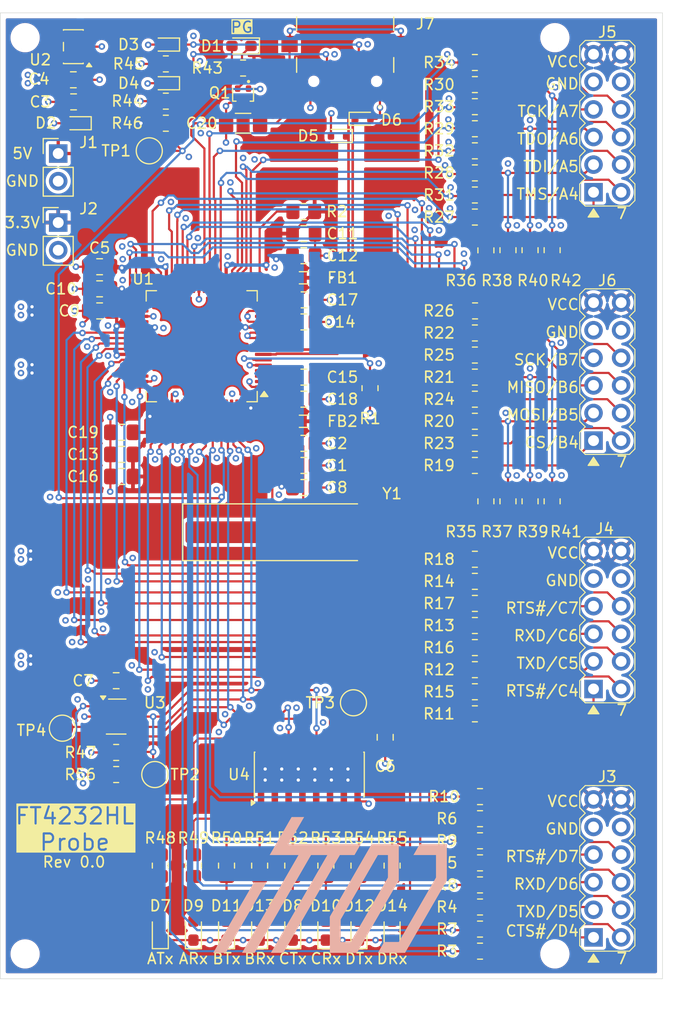
<source format=kicad_pcb>
(kicad_pcb (version 20241229) (generator "pcbnew") (generator_version "9.0")
  (title_block (title "Probe module") (date "2026-01-24") (rev "0.0") (company "Cotti"))
  (layers (0 "F.Cu" signal) (4 "In1.Cu" signal) (6 "In2.Cu" signal) (2 "B.Cu" signal) (13 "F.Paste" user) (15 "B.Paste" user) (5 "F.SilkS" user "F.Silkscreen") (7 "B.SilkS" user "B.Silkscreen") (1 "F.Mask" user) (3 "B.Mask" user) (25 "Edge.Cuts" user))
  (net 0 "")
  (net 1 "GND")
  (net 2 "/xout")
  (net 3 "/xin")
  (net 4 "+1.8V")
  (net 5 "+5V")
  (net 6 "+3.3V")
  (net 7 "/VPHY")
  (net 8 "/VPLL")
  (net 9 "Net-(J7-SHIELD1)")
  (net 10 "Net-(D1-K)")
  (net 11 "Net-(D1-A)")
  (net 12 "Net-(D10-A)")
  (net 13 "Net-(D11-A)")
  (net 14 "Net-(D12-A)")
  (net 15 "Net-(D13-A)")
  (net 16 "Net-(D14-A)")
  (net 17 "Net-(U4-QA)")
  (net 18 "Net-(D7-A)")
  (net 19 "Net-(U4-QB)")
  (net 20 "Net-(D8-A)")
  (net 21 "Net-(U4-QC)")
  (net 22 "Net-(D9-A)")
  (net 23 "Net-(U4-QD)")
  (net 24 "Net-(U4-QE)")
  (net 25 "Net-(U4-QF)")
  (net 26 "Net-(U4-QG)")
  (net 27 "Net-(U4-QH)")
  (net 28 "Net-(J4-GPIO-Pad10)")
  (net 29 "Net-(J4-CTS#{slash}GPIO)")
  (net 30 "Net-(J4-TXD)")
  (net 31 "Net-(J4-GPIO-Pad9)")
  (net 32 "Net-(J4-RTS#{slash}GPIO)")
  (net 33 "Net-(J4-RXD)")
  (net 34 "Net-(J5-TMS)")
  (net 35 "Net-(J5-TDO)")
  (net 36 "Net-(J5-GPIO-Pad10)")
  (net 37 "Net-(J5-TDI)")
  (net 38 "Net-(J5-GPIO-Pad8)")
  (net 39 "Net-(J5-GPIO-Pad9)")
  (net 40 "Net-(J5-TCK)")
  (net 41 "Net-(J5-GPIO-Pad7)")
  (net 42 "Net-(J6-GPIO{slash}INT)")
  (net 43 "Net-(J6-GPIO{slash}RESET)")
  (net 44 "Net-(J3-GPIO{slash}INT)")
  (net 45 "Net-(J3-RTS#{slash}GPIO)")
  (net 46 "Net-(J3-GPIO{slash}RESET)")
  (net 47 "Net-(J3-RXD)")
  (net 48 "Net-(J3-GPIO-Pad10)")
  (net 49 "Net-(J3-CTS#{slash}GPIO)")
  (net 50 "Net-(J3-TXD)")
  (net 51 "Net-(J3-GPIO-Pad9)")
  (net 52 "Net-(J4-GPIO{slash}INT)")
  (net 53 "Net-(J4-GPIO{slash}RESET)")
  (net 54 "Net-(J6-GPIO{slash}CS3)")
  (net 55 "Net-(J6-MISO)")
  (net 56 "Net-(J6-SCK)")
  (net 57 "Net-(J6-MOSI)")
  (net 58 "Net-(J6-CS)")
  (net 59 "Net-(J6-GPIO{slash}CS2)")
  (net 61 "/D+")
  (net 62 "/usb/cc2")
  (net 63 "/usb/cc1")
  (net 64 "/D-")
  (net 66 "/pwren#")
  (net 67 "Net-(U1-REF)")
  (net 68 "Net-(U1-~{RESET})")
  (net 69 "/connectors/cs")
  (net 70 "/connectors/mosi")
  (net 71 "/connectors/miso")
  (net 72 "/connectors/b_gpio0")
  (net 73 "/connectors/b_gpio1")
  (net 74 "/connectors/b_gpio2")
  (net 75 "/connectors/b_gpio3")
  (net 76 "/connectors/c_rx")
  (net 77 "/connectors/c_tx")
  (net 78 "/connectors/c_rts#")
  (net 79 "/connectors/c_4")
  (net 80 "/eecs")
  (net 81 "/connectors/c_5")
  (net 82 "/connectors/c_6")
  (net 83 "/connectors/c_7")
  (net 84 "/connectors/d_cts#")
  (net 85 "/eedata")
  (net 86 "Net-(U3-DO)")
  (net 87 "/connectors/d_rx")
  (net 88 "/connectors/c_cts#")
  (net 89 "/connectors/d_tx")
  (net 90 "/connectors/sclk")
  (net 91 "/connectors/a_gpio0")
  (net 92 "/connectors/tms")
  (net 93 "/connectors/tdi")
  (net 94 "/connectors/tdo")
  (net 95 "/connectors/tck")
  (net 96 "/connectors/d_rts#")
  (net 97 "/connectors/d_4")
  (net 98 "/connectors/d_5")
  (net 99 "/connectors/d_6")
  (net 100 "/connectors/d_7")
  (net 101 "/connectors/a_gpio1")
  (net 102 "/connectors/a_gpio2")
  (net 103 "/connectors/a_gpio3")
  (net 104 "/eeclk")
  (footprint "TestPoint:TestPoint_Pad_D2.0mm" (layer "F.Cu") (at 145.796 38.1)
    (property "Reference" "TP1")
    (property "Value" "TestPoint")
  )
  (footprint "Resistor_SMD:R_0805_2012Metric_Pad1.20x1.40mm_HandSolder" (layer "F.Cu") (at 175.768 62.992)
    (property "Reference" "R20")
    (property "Value" "100R")
  )
  (footprint "Capacitor_SMD:C_0805_2012Metric_Pad1.18x1.45mm_HandSolder" (layer "F.Cu") (at 143.256 68.072 180)
    (property "Reference" "C16")
    (property "Value" "100nF")
  )
  (footprint "Diode_SMD:D_SOD-523" (layer "F.Cu") (at 147.32 31.877 180)
    (property "Reference" "D4")
    (property "Value" "D5V0F1U2LP-7B")
  )
  (footprint "Resistor_SMD:R_0805_2012Metric_Pad1.20x1.40mm_HandSolder" (layer "F.Cu") (at 147.32 35.56)
    (property "Reference" "R46")
    (property "Value" "10k")
  )
  (footprint "Resistor_SMD:R_0805_2012Metric_Pad1.20x1.40mm_HandSolder" (layer "F.Cu") (at 175.768 42.164)
    (property "Reference" "R31")
    (property "Value" "100R")
  )
  (footprint "Resistor_SMD:R_0805_2012Metric_Pad1.20x1.40mm_HandSolder" (layer "F.Cu") (at 152.908 103.886 -90)
    (property "Reference" "R50")
    (property "Value" "220R")
  )
  (footprint "Resistor_SMD:R_0805_2012Metric_Pad1.20x1.40mm_HandSolder" (layer "F.Cu") (at 176.2412 107.696)
    (property "Reference" "R4")
    (property "Value" "100R")
  )
  (footprint "MountingHole:MountingHole_2.2mm_M2_ISO14580" (layer "F.Cu") (at 183.134 27.686)
    (property "Reference" "H3" (hide yes))
    (property "Value" "MH")
  )
  (footprint "TestPoint:TestPoint_Pad_D2.0mm" (layer "F.Cu") (at 146.304 95.504)
    (property "Reference" "TP2")
    (property "Value" "TestPoint")
  )
  (footprint "LED_SMD:LED_0603_1608Metric_Pad1.05x0.95mm_HandSolder" (layer "F.Cu") (at 162.052 109.869 90)
    (property "Reference" "D10")
    (property "Value" "Ambar Vf=2V If=10mA")
  )
  (footprint "Resistor_SMD:R_0805_2012Metric_Pad1.20x1.40mm_HandSolder" (layer "F.Cu") (at 178.816 47.244 90)
    (property "Reference" "R38")
    (property "Value" "4.7k")
  )
  (footprint "TestPoint:TestPoint_Pad_D2.0mm" (layer "F.Cu") (at 137.795 91.2368)
    (property "Reference" "TP4")
    (property "Value" "TestPoint")
  )
  (footprint "Resistor_SMD:R_0805_2012Metric_Pad1.20x1.40mm_HandSolder" (layer "F.Cu") (at 178.816 70.358 90)
    (property "Reference" "R37")
    (property "Value" "4.7k")
  )
  (footprint "Resistor_SMD:R_0805_2012Metric_Pad1.20x1.40mm_HandSolder" (layer "F.Cu") (at 165.1 103.886 -90)
    (property "Reference" "R54")
    (property "Value" "220R")
  )
  (footprint "Resistor_SMD:R_0805_2012Metric_Pad1.20x1.40mm_HandSolder" (layer "F.Cu") (at 155.956 103.886 -90)
    (property "Reference" "R51")
    (property "Value" "220R")
  )
  (footprint "Resistor_SMD:R_0805_2012Metric_Pad1.20x1.40mm_HandSolder" (layer "F.Cu") (at 182.88 47.244 90)
    (property "Reference" "R42")
    (property "Value" "4.7k")
  )
  (footprint "Capacitor_SMD:C_0805_2012Metric_Pad1.18x1.45mm_HandSolder" (layer "F.Cu") (at 167.513 92.075 -90)
    (property "Reference" "C6")
    (property "Value" "100nF")
  )
  (footprint "Resistor_SMD:R_0805_2012Metric_Pad1.20x1.40mm_HandSolder" (layer "F.Cu") (at 175.784 52.832)
    (property "Reference" "R26")
    (property "Value" "100R")
  )
  (footprint "Resistor_SMD:R_0805_2012Metric_Pad1.20x1.40mm_HandSolder" (layer "F.Cu") (at 175.768 89.916)
    (property "Reference" "R11")
    (property "Value" "100R")
  )
  (footprint "Resistor_SMD:R_0805_2012Metric_Pad1.20x1.40mm_HandSolder" (layer "F.Cu") (at 142.748 95.504)
    (property "Reference" "R56")
    (property "Value" "2k")
  )
  (footprint "Capacitor_SMD:C_0805_2012Metric_Pad1.18x1.45mm_HandSolder" (layer "F.Cu") (at 138.827 33.594 180)
    (property "Reference" "C3")
    (property "Value" "1uF")
  )
  (footprint "Resistor_SMD:R_0805_2012Metric_Pad1.20x1.40mm_HandSolder" (layer "F.Cu") (at 175.768 34.036)
    (property "Reference" "R33")
    (property "Value" "100R")
  )
  (footprint "LED_SMD:LED_0603_1608Metric_Pad1.05x0.95mm_HandSolder" (layer "F.Cu") (at 146.812 109.869 90)
    (property "Reference" "D7")
    (property "Value" "Red Vf=2V If=10mA")
  )
  (footprint "Resistor_SMD:R_0805_2012Metric_Pad1.20x1.40mm_HandSolder" (layer "F.Cu") (at 182.88 70.358 90)
    (property "Reference" "R41")
    (property "Value" "4.7k")
  )
  (footprint "Capacitor_SMD:C_0805_2012Metric_Pad1.18x1.45mm_HandSolder" (layer "F.Cu") (at 160.02 58.928)
    (property "Reference" "C15")
    (property "Value" "4.7uF")
  )
  (footprint "Resistor_SMD:R_0805_2012Metric_Pad1.20x1.40mm_HandSolder" (layer "F.Cu") (at 180.848 70.358 90)
    (property "Reference" "R39")
    (property "Value" "4.7k")
  )
  (footprint "cotti_footprints:Pmod_2x06_pin" (layer "F.Cu") (at 186.69 64.77 180)
    (property "Reference" "J6")
    (property "Value" "Pmod SPI 2x06 pin" (hide yes))
  )
  (footprint "Resistor_SMD:R_0805_2012Metric_Pad1.20x1.40mm_HandSolder" (layer "F.Cu") (at 160.02 43.688 180)
    (property "Reference" "R2")
    (property "Value" "1k")
  )
  (footprint "Inductor_SMD:L_0805_2012Metric_Pad1.05x1.20mm_HandSolder" (layer "F.Cu") (at 160.02 49.784 180)
    (property "Reference" "FB1")
    (property "Value" "FerriteBead")
  )
  (footprint "LED_SMD:LED_0603_1608Metric_Pad1.05x0.95mm_HandSolder" (layer "F.Cu") (at 165.1 109.869 90)
    (property "Reference" "D12")
    (property "Value" "Red Vf=2V If=10mA")
  )
  (footprint "Resistor_SMD:R_0805_2012Metric_Pad1.20x1.40mm_HandSolder" (layer "F.Cu") (at 176.2412 109.728)
    (property "Reference" "R7")
    (property "Value" "100R")
  )
  (footprint "Capacitor_SMD:C_0805_2012Metric_Pad1.18x1.45mm_HandSolder" (layer "F.Cu") (at 160.02 60.96)
    (property "Reference" "C18")
    (property "Value" "100nF")
  )
  (footprint "Resistor_SMD:R_0805_2012Metric_Pad1.20x1.40mm_HandSolder" (layer "F.Cu") (at 176.784 47.26 90)
    (property "Reference" "R36")
    (property "Value" "4.7k")
  )
  (footprint "Resistor_SMD:R_0805_2012Metric_Pad1.20x1.40mm_HandSolder" (layer "F.Cu") (at 162.052 103.886 -90)
    (property "Reference" "R53")
    (property "Value" "220R")
  )
  (footprint "Package_QFP:LQFP-64_10x10mm_P0.5mm" (layer "F.Cu") (at 150.622 56.0832 180)
    (property "Reference" "U1")
    (property "Value" "FT4232HL")
  )
  (footprint "Resistor_SMD:R_0805_2012Metric_Pad1.20x1.40mm_HandSolder" (layer "F.Cu") (at 175.768 32.004)
    (property "Reference" "R30")
    (property "Value" "100R")
  )
  (footprint "Package_TO_SOT_SMD:SOT-23-6_Handsoldering" (layer "F.Cu") (at 142.748 90.17)
    (property "Reference" "U3")
    (property "Value" "93LC46BT-I/OT")
  )
  (footprint "Resistor_SMD:R_0805_2012Metric_Pad1.20x1.40mm_HandSolder" (layer "F.Cu") (at 154.432 30.48 180)
    (property "Reference" "R43")
    (property "Value" "100R")
  )
  (footprint "Resistor_SMD:R_0805_2012Metric_Pad1.20x1.40mm_HandSolder" (layer "F.Cu") (at 175.768 29.972)
    (property "Reference" "R34")
    (property "Value" "100R")
  )
  (footprint "LED_SMD:LED_0603_1608Metric_Pad1.05x0.95mm_HandSolder" (layer "F.Cu") (at 152.908 109.869 90)
    (property "Reference" "D11")
    (property "Value" "Red Vf=2V If=10mA")
  )
  (footprint "Resistor_SMD:R_0805_2012Metric_Pad1.20x1.40mm_HandSolder" (layer "F.Cu") (at 175.768 60.96)
    (property "Reference" "R24")
    (property "Value" "100R")
  )
  (footprint "Capacitor_SMD:C_0805_2012Metric_Pad1.18x1.45mm_HandSolder" (layer "F.Cu") (at 160.02 69.088)
    (property "Reference" "C8")
    (property "Value" "100nF")
  )
  (footprint "Diode_SMD:D_SOD-523" (layer "F.Cu") (at 139.192 35.56 180)
    (property "Reference" "D2")
    (property "Value" "D5V0F1U2LP-7B")
  )
  (footprint "LED_SMD:LED_0603_1608Metric_Pad1.05x0.95mm_HandSolder" (layer "F.Cu") (at 155.956 109.869 90)
    (property "Reference" "D13")
    (property "Value" "Ambar Vf=2V If=10mA")
  )
  (footprint "Capacitor_SMD:C_0805_2012Metric_Pad1.18x1.45mm_HandSolder" (layer "F.Cu") (at 143.256 66.04 180)
    (property "Reference" "C13")
    (property "Value" "100nF")
  )
  (footprint "Resistor_SMD:R_0805_2012Metric_Pad1.20x1.40mm_HandSolder" (layer "F.Cu") (at 176.2412 103.632)
    (property "Reference" "R5")
    (property "Value" "100R")
  )
  (footprint "Resistor_SMD:R_0805_2012Metric_Pad1.20x1.40mm_HandSolder" (layer "F.Cu") (at 180.848 47.244 90)
    (property "Reference" "R40")
    (property "Value" "4.7k")
  )
  (footprint "Resistor_SMD:R_0805_2012Metric_Pad1.20x1.40mm_HandSolder" (layer "F.Cu") (at 175.768 75.692)
    (property "Reference" "R18")
    (property "Value" "100R")
  )
  (footprint "Package_SO:SOIC-16_3.9x9.9mm_P1.27mm" (layer "F.Cu") (at 160.528 95.504 90)
    (property "Reference" "U4")
    (property "Value" "74HC595D")
  )
  (footprint "Resistor_SMD:R_0805_2012Metric_Pad1.20x1.40mm_HandSolder" (layer "F.Cu") (at 175.768 65.024)
    (property "Reference" "R23")
    (property "Value" "100R")
  )
  (footprint "Capacitor_SMD:C_0805_2012Metric_Pad1.18x1.45mm_HandSolder" (layer "F.Cu") (at 141.224 52.832 180)
    (property "Reference" "C9")
    (property "Value" "100nF")
  )
  (footprint "Capacitor_SMD:C_0805_2012Metric_Pad1.18x1.45mm_HandSolder" (layer "F.Cu") (at 160.02 45.72)
    (property "Reference" "C11")
    (property "Value" "100nF")
  )
  (footprint "Connector_PinHeader_2.54mm:PinHeader_1x02_P2.54mm_Vertical" (layer "F.Cu") (at 137.414 44.704)
    (property "Reference" "J2")
    (property "Value" "Conn_01x02")
  )
  (footprint "Resistor_SMD:R_0805_2012Metric_Pad1.20x1.40mm_HandSolder" (layer "F.Cu") (at 175.768 79.756)
    (property "Reference" "R17")
    (property "Value" "100R")
  )
  (footprint "cotti_footprints:Pmod_2x06_pin" (layer "F.Cu") (at 186.69 110.49 180)
    (property "Reference" "J3")
    (property "Value" "Pmod UART 2x06 pin" (hide yes))
  )
  (footprint "Diode_SMD:D_SOD-523" (layer "F.Cu") (at 165.4556 35.1536)
    (property "Reference" "D6")
    (property "Value" "D5V0F1U2LP-7B")
  )
  (footprint "Capacitor_SMD:C_0805_2012Metric_Pad1.18x1.45mm_HandSolder" (layer "F.Cu") (at 141.224 48.768 180)
    (property "Reference" "C5")
    (property "Value" "100nF")
  )
  (footprint "Capacitor_SMD:C_0805_2012Metric_Pad1.18x1.45mm_HandSolder" (layer "F.Cu") (at 160.0415 51.816)
    (property "Reference" "C17")
    (property "Value" "100nF")
  )
  (footprint "Diode_SMD:D_SOD-523" (layer "F.Cu") (at 163.2204 36.7284 180)
    (property "Reference" "D5")
    (property "Value" "D5V0F1U2LP-7B")
  )
  (footprint "Diode_SMD:D_SOD-523" (layer "F.Cu") (at 147.32 28.321 180)
    (property "Reference" "D3")
    (property "Value" "D5V0F1U2LP-7B")
  )
  (footprint "MountingHole:MountingHole_2.2mm_M2_ISO14580" (layer "F.Cu") (at 183.134 112.014)
    (property "Reference" "H4" (hide yes))
    (property "Value" "MH")
  )
  (footprint "Capacitor_SMD:C_1206_3216Metric_Pad1.33x1.80mm_HandSolder" (layer "F.Cu") (at 154.432 35.56 180)
    (property "Reference" "C20")
    (property "Value" "1nF 2kV")
  )
  (footprint "Inductor_SMD:L_0805_2012Metric_Pad1.05x1.20mm_HandSolder" (layer "F.Cu") (at 160.02 62.992 180)
    (property "Reference" "FB2")
    (property "Value" "FerriteBead")
  )
  (footprint "Resistor_SMD:R_0805_2012Metric_Pad1.20x1.40mm_HandSolder" (layer "F.Cu") (at 168.148 103.886 -90)
    (property "Reference" "R55")
    (property "Value" "220R")
  )
  (footprint "Resistor_SMD:R_0805_2012Metric_Pad1.20x1.40mm_HandSolder" (layer "F.Cu") (at 175.768 40.132)
    (property "Reference" "R28")
    (property "Value" "100R")
  )
  (footprint "Resistor_SMD:R_0805_2012Metric_Pad1.20x1.40mm_HandSolder" (layer "F.Cu") (at 176.2412 105.664)
    (property "Reference" "R8")
    (property "Value" "100R")
  )
  (footprint "cotti_footprints:SOT-416" (layer "F.Cu") (at 154.432 33.02 -90)
    (property "Reference" "Q1")
    (property "Value" "RE1C001ZPTL" (hide yes))
  )
  (footprint "Resistor_SMD:R_0805_2012Metric_Pad1.20x1.40mm_HandSolder" (layer "F.Cu") (at 159.004 103.886 -90)
    (property "Reference" "R52")
    (property "Value" "220R")
  )
  (footprint "Resistor_SMD:R_0805_2012Metric_Pad1.20x1.40mm_HandSolder" (layer "F.Cu") (at 175.768 85.852)
    (property "Reference" "R12")
    (property "Value" "100R")
  )
  (footprint "Resistor_SMD:R_0805_2012Metric_Pad1.20x1.40mm_HandSolder" (layer "F.Cu") (at 142.748 93.472 180)
    (property "Reference" "R47")
    (property "Value" "10k")
  )
  (footprint "Capacitor_SMD:C_0805_2012Metric_Pad1.18x1.45mm_HandSolder" (layer "F.Cu") (at 160.02 47.752)
    (property "Reference" "C12")
    (property "Value" "100nF")
  )
  (footprint "Capacitor_SMD:C_0805_2012Metric_Pad1.18x1.45mm_HandSolder" (layer "F.Cu") (at 160.02 65.024)
    (property "Reference" "C2")
    (property "Value" "33pF")
  )
  (footprint "Resistor_SMD:R_0805_2012Metric_Pad1.20x1.40mm_HandSolder" (layer "F.Cu") (at 176.2412 97.536)
    (property "Reference" "R10")
    (property "Value" "100R")
  )
  (footprint "Capacitor_SMD:C_0805_2012Metric_Pad1.18x1.45mm_HandSolder" (layer "F.Cu") (at 160.02 67.056)
    (property "Reference" "C1")
    (property "Value" "33pF")
  )
  (footprint "MountingHole:MountingHole_2.2mm_M2_ISO14580" (layer "F.Cu") (at 134.366 112.014)
    (property "Reference" "H1" (hide yes))
    (property "Value" "MH")
  )
  (footprint "cotti_footprints:SAMESKY_UJ20-C-H-G-SMT-5-P16-TR" (layer "F.Cu") (at 163.83 29.096 180)
    (property "Reference" "J7")
    (property "Value" "USB_C (16 + 8)" (hide yes))
  )
  (footprint "Crystal:Crystal_SMD_HC49-SD_HandSoldering" (layer "F.Cu") (at 159.004 73.2028)
    (property "Reference" "Y1")
    (property "Value" "XTAL 12MHz 20pF")
  )
  (footprint "LED_SMD:LED_0603_1608Metric_Pad1.05x0.95mm_HandSolder" (layer "F.Cu") (at 154.2796 28.448 180)
    (property "Reference" "D1")
    (property "Value" "Green Vf=3V If=10mA")
  )
  (footprint "Resistor_SMD:R_0805_2012Metric_Pad1.20x1.40mm_HandSolder" (layer "F.Cu") (at 149.86 103.886 -90)
    (property "Reference" "R49")
    (property "Value" "220R")
  )
  (footprint "TestPoint:TestPoint_Pad_D2.0mm" (layer "F.Cu") (at 164.592 88.9)
    (property "Reference" "TP3")
    (property "Value" "TestPoint")
  )
  (footprint "Capacitor_SMD:C_0805_2012Metric_Pad1.18x1.45mm_HandSolder" (layer "F.Cu") (at 138.8055 31.562)
    (property "Reference" "C4")
    (property "Value" "1uF")
  )
  (footprint "Resistor_SMD:R_0805_2012Metric_Pad1.20x1.40mm_HandSolder" (layer "F.Cu") (at 175.768 58.928)
    (property "Reference" "R21")
    (property "Value" "100R")
  )
  (footprint "Resistor_SMD:R_0805_2012Metric_Pad1.20x1.40mm_HandSolder" (layer "F.Cu") (at 175.768 56.896)
    (property "Reference" "R25")
    (property "Value" "100R")
  )
  (footprint "Resistor_SMD:R_0805_2012Metric_Pad1.20x1.40mm_HandSolder" (layer "F.Cu") (at 176.2412 99.568)
    (property "Reference" "R6")
    (property "Value" "100R")
  )
  (footprint "Package_TO_SOT_SMD:SOT-23-5" (layer "F.Cu") (at 138.8055 28.514 180)
    (property "Reference" "U2")
    (property "Value" "TLV74333PDBVR")
  )
  (footprint "Resistor_SMD:R_0805_2012Metric_Pad1.20x1.40mm_HandSolder" (layer "F.Cu") (at 146.812 103.886 -90)
    (property "Reference" "R48")
    (property "Value" "220R")
  )
  (footprint "Connector_PinHeader_2.54mm:PinHeader_1x02_P2.54mm_Vertical" (layer "F.Cu") (at 137.414 38.349)
    (property "Reference" "J1")
    (property "Value" "Conn_01x02")
  )
  (footprint "Resistor_SMD:R_0805_2012Metric_Pad1.20x1.40mm_HandSolder" (layer "F.Cu") (at 175.768 83.82)
    (property "Reference" "R16")
    (property "Value" "100R")
  )
  (footprint "Resistor_SMD:R_0805_2012Metric_Pad1.20x1.40mm_HandSolder" (layer "F.Cu") (at 175.768 38.1)
    (property "Reference" "R32")
    (property "Value" "100R")
  )
  (footprint "cotti_footprints:Pmod_2x06_pin" (layer "F.Cu") (at 186.69 41.91 180)
    (property "Reference" "J5")
    (property "Value" "Pmod GPIO 2x06 pin" (hide yes))
  )
  (footprint "Resistor_SMD:R_0805_2012Metric_Pad1.20x1.40mm_HandSolder" (layer "F.Cu") (at 175.768 36.068)
    (property "Reference" "R29")
    (property "Value" "100R")
  )
  (footprint "Resistor_SMD:R_0805_2012Metric_Pad1.20x1.40mm_HandSolder" (layer "F.Cu") (at 175.768 67.056)
    (property "Reference" "R19")
    (property "Value" "100R")
  )
  (footprint "MountingHole:MountingHole_2.2mm_M2_ISO14580" (layer "F.Cu") (at 134.366 27.686)
    (property "Reference" "H2" (hide yes))
    (property "Value" "MH")
  )
  (footprint "cotti_footprints:Pmod_2x06_pin" (layer "F.Cu") (at 186.69 87.63 180)
    (property "Reference" "J4")
    (property "Value" "Pmod UART 2x06 pin" (hide yes))
  )
  (footprint "Capacitor_SMD:C_0805_2012Metric_Pad1.18x1.45mm_HandSolder" (layer "F.Cu") (at 141.224 50.8 180)
    (property "Reference" "C10")
    (property "Value" "100nF")
  )
  (footprint "Resistor_SMD:R_0805_2012Metric_Pad1.20x1.40mm_HandSolder" (layer "F.Cu") (at 176.784 70.358 90)
    (property "Reference" "R35")
    (property "Value" "4.7k")
  )
  (footprint "Resistor_SMD:R_0805_2012Metric_Pad1.20x1.40mm_HandSolder" (layer "F.Cu") (at 176.2412 101.6)
    (property "Reference" "R9")
    (property "Value" "100R")
  )
  (footprint "Capacitor_SMD:C_0805_2012Metric_Pad1.18x1.45mm_HandSolder" (layer "F.Cu") (at 142.748 86.868 180)
    (property "Reference" "C7")
    (property "Value" "100nF")
  )
  (footprint "Resistor_SMD:R_0805_2012Metric_Pad1.20x1.40mm_HandSolder" (layer "F.Cu") (at 175.768 87.884)
    (property "Reference" "R15")
    (property "Value" "100R")
  )
  (footprint "Resistor_SMD:R_0805_2012Metric_Pad1.20x1.40mm_HandSolder" (layer "F.Cu") (at 175.768 77.724)
    (property "Reference" "R14")
    (property "Value" "100R")
  )
  (footprint "LED_SMD:LED_0603_1608Metric_Pad1.05x0.95mm_HandSolder" (layer "F.Cu") (at 159.004 109.869 90)
    (property "Reference" "D8")
    (property "Value" "Red Vf=2V If=10mA")
  )
  (footprint "Resistor_SMD:R_0805_2012Metric_Pad1.20x1.40mm_HandSolder" (layer "F.Cu") (at 175.768 44.196)
    (property "Reference" "R27")
    (property "Value" "100R")
  )
  (footprint "Resistor_SMD:R_0805_2012Metric_Pad1.20x1.40mm_HandSolder" (layer "F.Cu") (at 147.32 33.528 180)
    (property "Reference" "R44")
    (property "Value" "5.1k")
  )
  (footprint "LED_SMD:LED_0603_1608Metric_Pad1.05x0.95mm_HandSolder" (layer "F.Cu") (at 149.86 109.869 90)
    (property "Reference" "D9")
    (property "Value" "Ambar Vf=2V If=10mA")
  )
  (footprint "Resistor_SMD:R_0805_2012Metric_Pad1.20x1.40mm_HandSolder" (layer "F.Cu") (at 147.32 30.099 180)
    (property "Reference" "R45")
    (property "Value" "5.1k")
  )
  (footprint "Resistor_SMD:R_0805_2012Metric_Pad1.20x1.40mm_HandSolder" (layer "F.Cu") (at 175.768 54.864)
    (property "Reference" "R22")
    (property "Value" "100R")
  )
  (footprint "Capacitor_SMD:C_0805_2012Metric_Pad1.18x1.45mm_HandSolder" (layer "F.Cu") (at 160.02 53.848)
    (property "Reference" "C14")
    (property "Value" "4.7uF")
  )
  (footprint "Resistor_SMD:R_0805_2012Metric_Pad1.20x1.40mm_HandSolder" (layer "F.Cu") (at 176.2412 111.76)
    (property "Reference" "R3")
    (property "Value" "100R")
  )
  (footprint "Capacitor_SMD:C_0805_2012Metric_Pad1.18x1.45mm_HandSolder" (layer "F.Cu") (at 143.256 64.008 180)
    (property "Reference" "C19")
    (property "Value" "3.3uF")
  )
  (footprint "LED_SMD:LED_0603_1608Metric_Pad1.05x0.95mm_HandSolder" (layer "F.Cu") (at 168.148 109.869 90)
    (property "Reference" "D14")
    (property "Value" "Ambar Vf=2V If=10mA")
  )
  (footprint "Resistor_SMD:R_0805_2012Metric_Pad1.20x1.40mm_HandSolder" (layer "F.Cu") (at 175.768 81.788)
    (property "Reference" "R13")
    (property "Value" "100R")
  )
  (footprint "Resistor_SMD:R_0805_2012Metric_Pad1.20x1.40mm_HandSolder" (layer "F.Cu") (at 166.116 59.944 -90)
    (property "Reference" "R1")
    (property "Value" "12K 1%")
  )
  (footprint "cotti_logo:cotti_logo_filled H=10mm T=1mm" (layer "B.Cu") (at 173.188703 101.914 180)
    (property "Reference" "REF**" (hide yes))
    (property "Value" "cotti_logo_filled H=10mm T=1mm" (hide yes))
  )
  (gr_rect (start 132.08 25.4) (end 193.04 114.3) (stroke (width 0.05)) (fill no) (layer "Edge.Cuts"))
  (gr_text "RTS#/D7" (at 185.42 103.632 0) (layer "F.SilkS") (effects (font (size 1 1)) (justify right bottom)))
  (gr_text "TXD/C5" (at 185.42 85.852 0) (layer "F.SilkS") (effects (font (size 1 1)) (justify right bottom)))
  (gr_text "DRx" (at 168.148 113.03 0) (layer "F.SilkS") (effects (font (size 1 1)) (justify bottom)))
  (gr_text "GND" (at 185.42 55.372 0) (layer "F.SilkS") (effects (font (size 1 1)) (justify right bottom)))
  (gr_text "VCC" (at 185.42 30.48 0) (layer "F.SilkS") (effects (font (size 1 1)) (justify right bottom)))
  (gr_text "GND" (at 185.42 101.092 0) (layer "F.SilkS") (effects (font (size 1 1)) (justify right bottom)))
  (gr_text "PG" (at 154.305 27.305 0) (layer "F.SilkS" knockout) (effects (font (size 1 1)) (justify bottom)))
  (gr_text "BTx" (at 152.908 113.03 0) (layer "F.SilkS") (effects (font (size 1 1)) (justify bottom)))
  (gr_text "MOSI/B5" (at 185.42 62.992 0) (layer "F.SilkS") (effects (font (size 1 1)) (justify right bottom)))
  (gr_text "5V" (at 134.112 38.344 0) (layer "F.SilkS") (effects (font (size 1 1))))
  (gr_text "VCC" (at 185.42 75.692 0) (layer "F.SilkS") (effects (font (size 1 1)) (justify right bottom)))
  (gr_text "GND" (at 134.112 47.244 0) (layer "F.SilkS") (effects (font (size 1 1))))
  (gr_text "MISO/B6" (at 185.42 60.452 0) (layer "F.SilkS") (effects (font (size 1 1)) (justify right bottom)))
  (gr_text "GND" (at 185.42 78.232 0) (layer "F.SilkS") (effects (font (size 1 1)) (justify right bottom)))
  (gr_text "TDO/A6" (at 185.42 37.592 0) (layer "F.SilkS") (effects (font (size 1 1)) (justify right bottom)))
  (gr_text "ARx" (at 149.86 113.03 0) (layer "F.SilkS") (effects (font (size 1 1)) (justify bottom)))
  (gr_text "CS/B4\n" (at 185.42 65.532 0) (layer "F.SilkS") (effects (font (size 1 1)) (justify right bottom)))
  (gr_text "TDI/A5" (at 185.42 40.132 0) (layer "F.SilkS") (effects (font (size 1 1)) (justify right bottom)))
  (gr_text "RXD/D6" (at 185.42 106.172 0) (layer "F.SilkS") (effects (font (size 1 1)) (justify right bottom)))
  (gr_text "GND" (at 134.112 40.884 0) (layer "F.SilkS") (effects (font (size 1 1))))
  (gr_text "VCC" (at 185.42 98.552 0) (layer "F.SilkS") (effects (font (size 1 1)) (justify right bottom)))
  (gr_text "RTS#/C4" (at 185.42 88.392 0) (layer "F.SilkS") (effects (font (size 1 1)) (justify right bottom)))
  (gr_text "VCC" (at 185.42 52.832 0) (layer "F.SilkS") (effects (font (size 1 1)) (justify right bottom)))
  (gr_text "TCK/A7" (at 185.42 35.052 0) (layer "F.SilkS") (effects (font (size 1 1)) (justify right bottom)))
  (gr_text "TMS/A4" (at 185.42 42.672 0) (layer "F.SilkS") (effects (font (size 1 1)) (justify right bottom)))
  (gr_text "Rev 0.0" (at 135.89 104.14 0) (layer "F.SilkS") (effects (font (size 1 1)) (justify left bottom)))
  (gr_text "FT4232HL\nProbe" (at 138.938 102.616 0) (layer "F.SilkS" knockout) (effects (font (size 1.5 1.5) (thickness 0.2)) (justify bottom)))
  (gr_text "SCK/B7" (at 185.42 57.912 0) (layer "F.SilkS") (effects (font (size 1 1)) (justify right bottom)))
  (gr_text "TXD/D5" (at 185.42 108.712 0) (layer "F.SilkS") (effects (font (size 1 1)) (justify right bottom)))
  (gr_text "BRx" (at 155.956 113.03 0) (layer "F.SilkS") (effects (font (size 1 1)) (justify bottom)))
  (gr_text "3.3V" (at 134.112 44.704 0) (layer "F.SilkS") (effects (font (size 1 1))))
  (gr_text "RXD/C6" (at 185.42 83.312 0) (layer "F.SilkS") (effects (font (size 1 1)) (justify right bottom)))
  (gr_text "DTx" (at 165.1 113.03 0) (layer "F.SilkS") (effects (font (size 1 1)) (justify bottom)))
  (gr_text "ATx" (at 146.812 113.03 0) (layer "F.SilkS") (effects (font (size 1 1)) (justify bottom)))
  (gr_text "CTx" (at 159.004 113.03 0) (layer "F.SilkS") (effects (font (size 1 1)) (justify bottom)))
  (gr_text "CRx" (at 162.052 113.03 0) (layer "F.SilkS") (effects (font (size 1 1)) (justify bottom)))
  (gr_text "CTS#/D4" (at 185.42 110.49 0) (layer "F.SilkS") (effects (font (size 1 1)) (justify right bottom)))
  (gr_text "RTS#/C7" (at 185.42 80.772 0) (layer "F.SilkS") (effects (font (size 1 1)) (justify right bottom)))
  (gr_text "GND" (at 185.42 32.512 0) (layer "F.SilkS") (effects (font (size 1 1)) (justify right bottom)))
  (segment (start 166.116 60.944) (end 166.116 62.23) (width 0.2) (layer "F.Cu") (net 1))
  (segment (start 145.1102 30.099) (end 145.0848 30.0736) (width 0.2) (layer "F.Cu") (net 1))
  (segment (start 155.1232 54.8332) (end 154.8384 55.118) (width 0.2) (layer "F.Cu") (net 1))
  (segment (start 163.576 110.744) (end 168.148 110.744) (width 0.2) (layer "F.Cu") (net 1))
  (segment (start 154.8384 53.7168) (end 154.9548 53.8332) (width 0.2) (layer "F.Cu") (net 1))
  (segment (start 146.747 28.321) (end 145.7198 28.321) (width 0.2) (layer "F.Cu") (net 1))
  (segment (start 153.1724 33.67) (end 152.8572 33.9852) (width 0.2) (layer "F.Cu") (net 1))
  (segment (start 147.89253 60.47547) (end 147.872 60.496) (width 0.2) (layer "F.Cu") (net 1))
  (segment (start 142.2185 62.6307) (end 142.1988 62.611) (width 0.2) (layer "F.Cu") (net 1))
  (segment (start 140.1865 53.528622) (end 139.649868 54.065254) (width 0.2) (layer "F.Cu") (net 1))
  (segment (start 150.372 50.4082) (end 150.372 51.7612) (width 0.2) (layer "F.Cu") (net 1))
  (segment (start 167.03 34.8492) (end 167.03 34.1376) (width 0.2) (layer "F.Cu") (net 1))
  (segment (start 154.9548 53.8332) (end 156.297 53.8332) (width 0.2) (layer "F.Cu") (net 1))
  (segment (start 141.412 28.514) (end 141.4272 28.4988) (width 0.2) (layer "F.Cu") (net 1))
  (segment (start 161.0575 65.024) (end 162.306 65.024) (width 0.2) (layer "F.Cu") (net 1))
  (segment (start 155.232158 59.8332) (end 156.297 59.8332) (width 0.2) (layer "F.Cu") (net 1))
  (segment (start 140.1865 52.832) (end 138.938 52.832) (width 0.2) (layer "F.Cu") (net 1))
  (segment (start 141.7105 86.868) (end 140.462 86.868) (width 0.2) (layer "F.Cu") (net 1))
  (segment (start 154.9896 52.8332) (end 156.297 52.8332) (width 0.2) (layer "F.Cu") (net 1))
  (segment (start 141.398 90.17) (end 139.827 90.17) (width 0.2) (layer "F.Cu") (net 1))
  (segment (start 140.1865 50.8) (end 138.938 50.8) (width 0.2) (layer "F.Cu") (net 1))
  (segment (start 148.209 60.47547) (end 147.89253 60.47547) (width 0.2) (layer "F.Cu") (net 1))
  (segment (start 152.8695 35.56) (end 152.8695 37.3257) (width 0.2) (layer "F.Cu") (net 1))
  (segment (start 146.177 53.3332) (end 144.947 53.3332) (width 0.2) (layer "F.Cu") (net 1))
  (segment (start 141.748 93.472) (end 140.462 93.472) (width 0.2) (layer "F.Cu") (net 1))
  (segment (start 166.7256 35.1536) (end 167.03 34.8492) (width 0.2) (layer "F.Cu") (net 1))
  (segment (start 140.1865 52.832) (end 140.1865 48.768) (width 0.2) (layer "F.Cu") (net 1))
  (segment (start 137.033 35.56) (end 137.033 35.4838) (width 0.2) (layer "F.Cu") (net 1))
  (segment (start 155.0416 57.8332) (end 156.297 57.8332) (width 0.2) (layer "F.Cu") (net 1))
  (segment (start 160.63 34.1376) (end 160.63 32.766) (width 0.2) (layer "F.Cu") (net 1))
  (segment (start 137.033 35.4838) (end 137.1092 35.56) (width 0.2) (layer "F.Cu") (net 1))
  (segment (start 146.747 31.877) (end 145.669 31.877) (width 0.2) (layer "F.Cu") (net 1))
  (segment (start 154.7876 53.2892) (end 154.7876 53.0352) (width 0.2) (layer "F.Cu") (net 1))
  (segment (start 161.0575 51.8375) (end 161.079 51.816) (width 0.2) (layer "F.Cu") (net 1))
  (segment (start 142.2185 68.072) (end 142.2185 69.4493) (width 0.2) (layer "F.Cu") (net 1))
  (segment (start 146.447 30.099) (end 145.1102 30.099) (width 0.2) (layer "F.Cu") (net 1))
  (segment (start 142.2185 69.4493) (end 142.1988 69.469) (width 0.2) (layer "F.Cu") (net 1))
  (segment (start 155.022 59.332083) (end 155.022 59.623042) (width 0.2) (layer "F.Cu") (net 1))
  (segment (start 146.2532 59.0296) (end 145.9496 59.3332) (width 0.2) (layer "F.Cu") (net 1))
  (segment (start 161.0575 53.848) (end 161.0575 51.8375) (width 0.2) (layer "F.Cu") (net 1))
  (segment (start 152.8695 33.9975) (end 152.8572 33.9852) (width 0.2) (layer "F.Cu") (net 1))
  (segment (start 139.843 31.562) (end 141.2088 31.562) (width 0.2) (layer "F.Cu") (net 1))
  (segment (start 161.0575 53.848) (end 162.306 53.848) (width 0.2) (layer "F.Cu") (net 1))
  (segment (start 140.1865 48.768) (end 139.0396 48.768) (width 0.2) (layer "F.Cu") (net 1))
  (segment (start 157.48 110.744) (end 157.734 110.744) (width 0.2) (layer "F.Cu") (net 1))
  (segment (start 139.943 28.514) (end 141.412 28.514) (width 0.2) (layer "F.Cu") (net 1))
  (segment (start 161.0575 67.056) (end 162.306 67.056) (width 0.2) (layer "F.Cu") (net 1))
  (segment (start 142.2185 64.008) (end 142.2185 62.6307) (width 0.2) (layer "F.Cu") (net 1))
  (segment (start 146.812 110.744) (end 157.48 110.744) (width 0.2) (layer "F.Cu") (net 1))
  (segment (start 137.1092 35.56) (end 138.492 35.56) (width 0.2) (layer "F.Cu") (net 1))
  (segment (start 154.8384 53.34) (end 154.8384 53.7168) (width 0.2) (layer "F.Cu") (net 1))
  (segment (start 152.8695 35.56) (end 152.8695 33.9975) (width 0.2) (layer "F.Cu") (net 1))
  (segment (start 155.022 59.623042) (end 155.232158 59.8332) (width 0.2) (layer "F.Cu") (net 1))
  (segment (start 161.0575 47.752) (end 162.1028 47.752) (width 0.2) (layer "F.Cu") (net 1))
  (segment (start 160.528 110.744) (end 163.576 110.744) (width 0.2) (layer "F.Cu") (net 1))
  (segment (start 145.9496 59.3332) (end 144.947 59.3332) (width 0.2) (layer "F.Cu") (net 1))
  (segment (start 147.872 60.496) (end 147.872 61.7582) (width 0.2) (layer "F.Cu") (net 1))
  (segment (start 161.0575 69.088) (end 161.0575 65.024) (width 0.2) (layer "F.Cu") (net 1))
  (segment (start 156.297 55.3332) (end 155.0536 55.3332) (width 0.2) (layer "F.Cu") (net 1))
  (segment (start 152.8695 37.3257) (end 152.8572 37.338) (width 0.2) (layer "F.Cu") (net 1))
  (segment (start 145.7198 28.321) (end 145.6944 28.3464) (width 0.2) (layer "F.Cu") (net 1))
  (segment (start 137.7895 33.594) (end 136.5148 33.594) (width 0.2) (layer "F.Cu") (net 1))
  (segment (start 146.447 33.528) (end 144.9832 33.528) (width 0.2) (layer "F.Cu") (net 1))
  (segment (start 161.0575 47.752) (end 161.0575 45.72) (width 0.2) (layer "F.Cu") (net 1))
  (segment (start 164.973 97.979) (end 165.7812 97.979) (width 0.2) (layer "F.Cu") (net 1))
  (segment (start 161.0575 60.96) (end 161.0575 58.928) (width 0.2) (layer "F.Cu") (net 1))
  (segment (start 161.079 51.816) (end 162.433 51.816) (width 0.2) (layer "F.Cu") (net 1))
  (segment (start 155.0536 55.3332) (end 154.8384 55.118) (width 0.2) (layer "F.Cu") (net 1))
  (segment (start 167.513 93.1125) (end 167.513 94.488) (width 0.2) (layer "F.Cu") (net 1))
  (segment (start 167.03 34.1376) (end 167.03 32.766) (width 0.2) (layer "F.Cu") (net 1))
  (segment (start 162.5204 34.6852) (end 162.5204 36.7284) (width 0.2) (layer "F.Cu") (net 1))
  (segment (start 150.372 51.7612) (end 150.368 51.7652) (width 0.2) (layer "F.Cu") (net 1))
  (segment (start 141.2088 31.562) (end 141.224 31.5468) (width 0.2) (layer "F.Cu") (net 1))
  (segment (start 156.297 54.8332) (end 155.1232 54.8332) (width 0.2) (layer "F.Cu") (net 1))
  (segment (start 157.48 110.744) (end 160.528 110.744) (width 0.2) (layer "F.Cu") (net 1))
  (segment (start 145.669 31.877) (end 145.6436 31.9024) (width 0.2) (layer "F.Cu") (net 1))
  (segment (start 142.2185 66.04) (end 142.2185 64.008) (width 0.2) (layer "F.Cu") (net 1))
  (segment (start 161.0575 69.088) (end 162.306 69.088) (width 0.2) (layer "F.Cu") (net 1))
  (segment (start 142.2185 68.072) (end 142.2185 66.04) (width 0.2) (layer "F.Cu") (net 1))
  (segment (start 161.0575 60.96) (end 162.306 60.96) (width 0.2) (layer "F.Cu") (net 1))
  (segment (start 140.1865 52.832) (end 140.1865 53.528622) (width 0.2) (layer "F.Cu") (net 1))
  (segment (start 162.56 34.6456) (end 162.5204 34.6852) (width 0.2) (layer "F.Cu") (net 1))
  (segment (start 166.1556 35.1536) (end 166.7256 35.1536) (width 0.2) (layer "F.Cu") (net 1))
  (segment (start 154.432 33.67) (end 153.1724 33.67) (width 0.2) (layer "F.Cu") (net 1))
  (segment (start 154.7876 53.0352) (end 154.9896 52.8332) (width 0.2) (layer "F.Cu") (net 1))
  (segment (start 136.5148 33.594) (end 136.4996 33.5788) (width 0.2) (layer "F.Cu") (net 1))
  (segment (start 165.7812 97.979) (end 165.989 98.1868) (width 0.2) (layer "F.Cu") (net 1))
  (via (at 166.116 62.23) (size 0.6) (drill 0.3) (layers "F.Cu" "B.Cu") (net 1))
  (via (at 134.62 31.115) (size 0.6) (drill 0.3) (layers "F.Cu" "B.Cu") (net 1))
  (via (at 153.017474 47.816891) (size 0.6) (drill 0.3) (layers "F.Cu" "B.Cu") (net 1))
  (via (at 153.428797 60.452) (size 0.6) (drill 0.3) (layers "F.Cu" "B.Cu") (net 1))
  (via (at 138.696797 83.312) (size 0.6) (drill 0.3) (layers "F.Cu" "B.Cu") (net 1))
  (via (at 152.8572 33.9852) (size 0.6) (drill 0.3) (layers "F.Cu" "B.Cu") (net 1))
  (via (at 172.466 45.4152) (size 0.6) (drill 0.3) (layers "F.Cu" "B.Cu") (net 1))
  (via (at 183.7436 67.9704) (size 0.6) (drill 0.3) (layers "F.Cu" "B.Cu") (net 1))
  (via (at 155.0416 57.8332) (size 0.6) (drill 0.3) (layers "F.Cu" "B.Cu") (net 1))
  (via (at 150.079 66.532593) (size 0.6) (drill 0.3) (layers "F.Cu" "B.Cu") (net 1))
  (via (at 173.482 43.395997) (size 0.6) (drill 0.3) (layers "F.Cu" "B.Cu") (net 1))
  (via (at 140.164343 77.529593) (size 0.6) (drill 0.3) (layers "F.Cu" "B.Cu") (net 1))
  (via (at 146.286178 84.246585) (size 0.6) (drill 0.3) (layers "F.Cu" "B.Cu") (net 1))
  (via (at 142.1988 69.469) (size 0.6) (drill 0.3) (layers "F.Cu" "B.Cu") (net 1))
  (via (at 153.260977 41.008473) (size 0.6) (drill 0.3) (layers "F.Cu" "B.Cu") (net 1))
  (via (at 183.671125 55.761147) (size 0.6) (drill 0.3) (layers "F.Cu" "B.Cu") (net 1))
  (via (at 152.8572 37.338) (size 0.6) (drill 0.3) (layers "F.Cu" "B.Cu") (net 1))
  (via (at 154.8384 53.34) (size 0.6) (drill 0.3) (layers "F.Cu" "B.Cu") (net 1))
  (via (at 138.088023 81.316326) (size 0.6) (drill 0.3) (layers "F.Cu" "B.Cu") (net 1))
  (via (at 167.03 34.1376) (size 0.6) (drill 0.3) (layers "F.Cu" "B.Cu") (net 1))
  (via (at 150.2664 46.1264) (size 0.6) (drill 0.3) (layers "F.Cu" "B.Cu") (net 1))
  (via (at 181.647177 67.981326) (size 0.6) (drill 0.3) (layers "F.Cu" "B.Cu") (net 1))
  (via (at 142.1988 60.306522) (size 0.6) (drill 0.3) (layers "F.Cu" "B.Cu") (net 1))
  (via (at 163.576 110.744) (size 0.6) (drill 0.3) (layers "F.Cu" "B.Cu") (net 1))
  (via (at 162.306 60.96) (size 0.6) (drill 0.3) (layers "F.Cu" "B.Cu") (net 1))
  (via (at 166.916003 57.658) (size 0.6) (drill 0.3) (layers "F.Cu" "B.Cu") (net 1))
  (via (at 138.938 50.8) (size 0.6) (drill 0.3) (layers "F.Cu" "B.Cu") (net 1))
  (via (at 146.89041 48.064869) (size 0.6) (drill 0.3) (layers "F.Cu" "B.Cu") (net 1))
  (via (at 150.533974 36.471915) (size 0.6) (drill 0.3) (layers "F.Cu" "B.Cu") (net 1))
  (via (at 142.000469 54.181514) (size 0.6) (drill 0.3) (layers "F.Cu" "B.Cu") (net 1))
  (via (at 139.0396 48.768) (size 0.6) (drill 0.3) (layers "F.Cu" "B.Cu") (net 1))
  (via (at 133.985 85.344) (size 0.6) (drill 0.3) (layers "F.Cu" "B.Cu") (net 1))
  (via (at 147.789612 42.806118) (size 0.6) (drill 0.3) (layers "F.Cu" "B.Cu") (net 1))
  (via (at 141.4272 28.4988) (size 0.6) (drill 0.3) (layers "F.Cu" "B.Cu") (net 1))
  (via (at 173.228 29.21) (size 0.6) (drill 0.3) (layers "F.Cu" "B.Cu") (net 1))
  (via (at 153.7649 66.400126) (size 0.6) (drill 0.3) (layers "F.Cu" "B.Cu") (net 1))
  (via (at 137.375997 78.74) (size 0.6) (drill 0.3) (layers "F.Cu" "B.Cu") (net 1))
  (via (at 149.434772 38.653652) (size 0.6) (drill 0.3) (layers "F.Cu" "B.Cu") (net 1))
  (via (at 145.0848 30.0736) (size 0.6) (drill 0.3) (layers "F.Cu" "B.Cu") (net 1))
  (via (at 145.6436 31.9024) (size 0.6) (drill 0.3) (layers "F.Cu" "B.Cu") (net 1))
  (via (at 141.540462 82.092405) (size 0.6) (drill 0.3) (layers "F.Cu" "B.Cu") (net 1))
  (via (at 133.985 75.692) (size 0.6) (drill 0.3) (layers "F.Cu" "B.Cu") (net 1))
  (via (at 134.62 31.877) (size 0.6) (drill 0.3) (layers "F.Cu" "B.Cu") (net 1))
  (via (at 157.337118 48.843939) (size 0.6) (drill 0.3) (layers "F.Cu" "B.Cu") (net 1))
  (via (at 167.513 94.488) (size 0.6) (drill 0.3) (layers "F.Cu" "B.Cu") (net 1))
  (via (at 155.022 59.332083) (size 0.6) (drill 0.3) (layers "F.Cu" "B.Cu") (net 1))
  (via (at 136.4996 33.5788) (size 0.6) (drill 0.3) (layers "F.Cu" "B.Cu") (net 1))
  (via (at 145.669 87.668003) (size 0.6) (drill 0.3) (layers "F.Cu" "B.Cu") (net 1))
  (via (at 147.10197 54.412998) (size 0.6) (drill 0.3) (layers "F.Cu" "B.Cu") (net 1))
  (via (at 143.348699 48.073925) (size 0.6) (drill 0.3) (layers "F.Cu" "B.Cu") (net 1))
  (via (at 180.848 58.127997) (size 0.6) (drill 0.3) (layers "F.Cu" "B.Cu") (net 1))
  (via (at 170.223502 45.380067) (size 0.6) (drill 0.3) (layers "F.Cu" "B.Cu") (net 1))
  (via (at 144.2212 61.214) (size 0.6) (drill 0.3) (layers "F.Cu" "B.Cu") (net 1))
  (via (at 154.43453 38.758151) (size 0.6) (drill 0.3) (layers "F.Cu" "B.Cu") (net 1))
  (via (at 162.306 67.056) (size 0.6) (drill 0.3) (layers "F.Cu" "B.Cu") (net 1))
  (via (at 151.9872 69.302628) (size 0.6) (drill 0.3) (layers "F.Cu" "B.Cu") (net 1))
  (via (at 173.025191 39.4304) (size 0.6) (drill 0.3) (layers "F.Cu" "B.Cu") (net 1))
  (via (at 162.852003 29.21) (size 0.6) (drill 0.3) (layers "F.Cu" "B.Cu") (net 1))
  (via (at 152.202252 91.592248) (size 0.6) (drill 0.3) (layers "F.Cu" "B.Cu") (net 1))
  (via (at 143.346289 50.004077) (size 0.6) (drill 0.3) (layers "F.Cu" "B.Cu") (net 1))
  (via (at 155.794 87.115036) (size 0.6) (drill 0.3) (layers "F.Cu" "B.Cu") (net 1))
  (via (at 148.382484 66.504934) (size 0.6) (drill 0.3) (layers "F.Cu" "B.Cu") (net 1))
  (via (at 154.980293 89.1952) (size 0.6) (drill 0.3) (layers "F.Cu" "B.Cu") (net 1))
  (via (at 179.615411 67.975747) (size 0.6) (drill 0.3) (layers "F.Cu" "B.Cu") (net 1))
  (via (at 162.306 53.848) (size 0.6) (drill 0.3) (layers "F.Cu" "B.Cu") (net 1))
  (via (at 170.25377 43.535545) (size 0.6) (drill 0.3) (layers "F.Cu" "B.Cu") (net 1))
  (via (at 136.665796 69.96245) (size 0.6) (drill 0.3) (layers "F.Cu" "B.Cu") (net 1))
  (via (at 173.3804 33.286797) (size 0.6) (drill 0.3) (layers "F.Cu" "B.Cu") (net 1))
  (via (at 174.762558 47.563954) (size 0.6) (drill 0.3) (layers "F.Cu" "B.Cu") (net 1))
  (via (at 155.487578 38.891222) (size 0.6) (drill 0.3) (layers "F.Cu" "B.Cu") (net 1))
  (via (at 166.624 110.744) (size 0.6) (drill 0.3) (layers "F.Cu" "B.Cu") (net 1))
  (via (at 162.306 69.088) (size 0.6) (drill 0.3) (layers "F.Cu" "B.Cu") (net 1))
  (via (at 133.985 84.582) (size 0.6) (drill 0.3) (layers "F.Cu" "B.Cu") (net 1))
  (via (at 183.680003 44.958) (size 0.6) (drill 0.3) (layers "F.Cu" "B.Cu") (net 1))
  (via (at 173.34833 37.284574) (size 0.6) (drill 0.3) (layers "F.Cu" "B.Cu") (net 1))
  (via (at 162.1028 47.752) (size 0.6) (drill 0.3) (layers "F.Cu" "B.Cu") (net 1))
  (via (at 181.648003 44.958) (size 0.6) (drill 0.3) (layers "F.Cu" "B.Cu") (net 1))
  (via (at 161.792953 90.712854) (size 0.6) (drill 0.3) (layers "F.Cu" "B.Cu") (net 1))
  (via (at 165.899411 28.290254) (size 0.6) (drill 0.3) (layers "F.Cu" "B.Cu") (net 1))
  (via (at 160.63 34.1376) (size 0.6) (drill 0.3) (layers "F.Cu" "B.Cu") (net 1))
  (via (at 152.008986 66.367783) (size 0.6) (drill 0.3) (layers "F.Cu" "B.Cu") (net 1))
  (via (at 139.7 96.304003) (size 0.6) (drill 0.3) (layers "F.Cu" "B.Cu") (net 1))
  (via (at 159.346803 89.3572) (size 0.6) (drill 0.3) (layers "F.Cu" "B.Cu") (net 1))
  (via (at 142.1988 62.611) (size 0.6) (drill 0.3) (layers "F.Cu" "B.Cu") (net 1))
  (via (at 149.86 27.520997) (size 0.6) (drill 0.3) (layers "F.Cu" "B.Cu") (net 1))
  (via (at 139.195525 88.583907) (size 0.6) (drill 0.3) (layers "F.Cu" "B.Cu") (net 1))
  (via (at 152.776505 89.948274) (size 0.6) (drill 0.3) (layers "F.Cu" "B.Cu") (net 1))
  (via (at 173.3296 35.217197) (size 0.6) (drill 0.3) (layers "F.Cu" "B.Cu") (net 1))
  (via (at 162.306 65.024) (size 0.6) (drill 0.3) (layers "F.Cu" "B.Cu") (net 1))
  (via (at 139.827 90.17) (size 0.6) (drill 0.3) (layers "F.Cu" "B.Cu") (net 1))
  (via (at 183.1848 32.258) (size 0.6) (drill 0.3) (layers "F.Cu" "B.Cu") (net 1))
  (via (at 157.48 110.744) (size 0.6) (drill 0.3) (layers "F.Cu" "B.Cu") (net 1))
  (via (at 161.988403 87.7316) (size 0.6) (drill 0.3) (layers "F.Cu" "B.Cu") (net 1))
  (via (at 141.224 31.5468) (size 0.6) (drill 0.3) (layers "F.Cu" "B.Cu") (net 1))
  (via (at 162.56 34.6456) (size 0.6) (drill 0.3) (layers "F.Cu" "B.Cu") (net 1))
  (via (at 162.433 51.816) (size 0.6) (drill 0.3) (layers "F.Cu" "B.Cu") (net 1))
  (via (at 148.209 60.47547) (size 0.6) (drill 0.3) (layers "F.Cu" "B.Cu") (net 1))
  (via (at 138.938 52.832) (size 0.6) (drill 0.3) (layers "F.Cu" "B.Cu") (net 1))
  (via (at 146.337238 66.501034) (size 0.6) (drill 0.3) (layers "F.Cu" "B.Cu") (net 1))
  (via (at 133.985 58.547) (size 0.6) (drill 0.3) (layers "F.Cu" "B.Cu") (net 1))
  (via (at 165.989 98.1868) (size 0.6) (drill 0.3) (layers "F.Cu" "B.Cu") (net 1))
  (via (at 178.816 39.2684) (size 0.6) (drill 0.3) (layers "F.Cu" "B.Cu") (net 1))
  (via (at 179.6288 44.958) (size 0.6) (drill 0.3) (layers "F.Cu" "B.Cu") (net 1))
  (via (at 154.8384 55.118) (size 0.6) (drill 0.3) (layers "F.Cu" "B.Cu") (net 1))
  (via (at 151.384 110.744) (size 0.6) (drill 0.3) (layers "F.Cu" "B.Cu") (net 1))
  (via (at 144.267833 75.571688) (size 0.6) (drill 0.3) (layers "F.Cu" "B.Cu") (net 1))
  (via (at 154.432 110.744) (size 0.6) (drill 0.3) (layers "F.Cu" "B.Cu") (net 1))
  (via (at 145.6944 28.3464) (size 0.6) (drill 0.3) (layers "F.Cu" "B.Cu") (net 1))
  (via (at 178.605505 62.220187) (size 0.6) (drill 0.3) (layers "F.Cu" "B.Cu") (net 1))
  (via (at 150.368 51.7652) (size 0.6) (drill 0.3) (layers "F.Cu" "B.Cu") (net 1))
  (via (at 141.998797 77.724) (size 0.6) (drill 0.3) (layers "F.Cu" "B.Cu") (net 1))
  (via (at 144.187004 85.455088) (size 0.6) (drill 0.3) (layers "F.Cu" "B.Cu") (net 1))
  (via (at 133.985 57.785) (size 0.6) (drill 0.3) (layers "F.Cu" "B.Cu") (net 1))
  (via (at 171.555396 43.371923) (size 0.6) (drill 0.3) (layers "F.Cu" "B.Cu") (net 1))
  (via (at 173.228 47.498) (size 0.6) (drill 0.3) (layers "F.Cu" "B.Cu") (net 1))
  (via (at 155.640035 65.473232) (size 0.6) (drill 0.3) (layers "F.Cu" "B.Cu") (net 1))
  (via (at 141.999035 56.952665) (size 0.6) (drill 0.3) (layers "F.Cu" "B.Cu") (net 1))
  (via (at 150.46 29.844399) (size 0.6) (drill 0.3) (layers "F.Cu" "B.Cu") (net 1))
  (via (at 141.3668 80.505203) (size 0.6) (drill 0.3) (layers "F.Cu" "B.Cu") (net 1))
  (via (at 140.462 86.868) (size 0.6) (drill 0.3) (layers "F.Cu" "B.Cu") (net 1))
  (via (at 180.848 35.267997) (size 0.6) (drill 0.3) (layers "F.Cu" "B.Cu") (net 1))
  (via (at 157.7244 69.745007) (size 0.6) (drill 0.3) (layers "F.Cu" "B.Cu") (net 1))
  (via (at 146.177 53.3332) (size 0.6) (drill 0.3) (layers "F.Cu" "B.Cu") (net 1))
  (via (at 139.649868 54.065254) (size 0.6) (drill 0.3) (layers "F.Cu" "B.Cu") (net 1))
  (via (at 144.9832 33.528) (size 0.6) (drill 0.3) (layers "F.Cu" "B.Cu") (net 1))
  (via (at 140.462 93.472) (size 0.6) (drill 0.3) (layers "F.Cu" "B.Cu") (net 1))
  (via (at 133.985 74.93) (size 0.6) (drill 0.3) (layers "F.Cu" "B.Cu") (net 1))
  (via (at 157.825761 91.227037) (size 0.6) (drill 0.3) (layers "F.Cu" "B.Cu") (net 1))
  (via (at 160.528 110.744) (size 0.6) (drill 0.3) (layers "F.Cu" "B.Cu") (net 1))
  (via (at 133.985 53.213) (size 0.6) (drill 0.3) (layers "F.Cu" "B.Cu") (net 1))
  (via (at 143.30773 46.902026) (size 0.6) (drill 0.3) (layers "F.Cu" "B.Cu") (net 1))
  (via (at 167.832912 44.0848) (size 0.6) (drill 0.3) (layers "F.Cu" "B.Cu") (net 1))
  (via (at 173.5328 41.465597) (size 0.6) (drill 0.3) (layers "F.Cu" "B.Cu") (net 1))
  (via (at 149.1488 44.2976) (size 0.6) (drill 0.3) (layers "F.Cu" "B.Cu") (net 1))
  (via (at 137.033 35.56) (size 0.6) (drill 0.3) (layers "F.Cu" "B.Cu") (net 1))
  (via (at 140.087287 56.119784) (size 0.6) (drill 0.3) (layers "F.Cu" "B.Cu") (net 1))
  (via (at 146.2532 59.0296) (size 0.6) (drill 0.3) (layers "F.Cu" "B.Cu") (net 1))
  (via (at 133.985 52.451) (size 0.6) (drill 0.3) (layers "F.Cu" "B.Cu") (net 1))
  (segment (start 156.297 58.8332) (end 157.6392 58.8332) (width 0.2) (layer "F.Cu") (net 2))
  (segment (start 157.8356 64.7192) (end 158.1404 65.024) (width 0.2) (layer "F.Cu") (net 2))
  (segment (start 160.274 73.152) (end 164.7891 73.152) (width 0.2) (layer "F.Cu") (net 2))
  (segment (start 164.7891 73.152) (end 164.9415 73.3044) (width 0.2) (layer "F.Cu") (net 2))
  (segment (start 159.9692 65.278) (end 159.9692 72.8472) (width 0.2) (layer "F.Cu") (net 2))
  (segment (start 159.7152 65.024) (end 159.9692 65.278) (width 0.2) (layer "F.Cu") (net 2))
  (segment (start 157.8356 59.0296) (end 157.8356 64.7192) (width 0.2) (layer "F.Cu") (net 2))
  (segment (start 157.6392 58.8332) (end 157.8356 59.0296) (width 0.2) (layer "F.Cu") (net 2))
  (segment (start 164.9415 73.3044) (end 164.9415 73.2028) (width 0.2) (layer "F.Cu") (net 2))
  (segment (start 158.9825 65.024) (end 159.7152 65.024) (width 0.2) (layer "F.Cu") (net 2))
  (segment (start 159.9692 72.8472) (end 160.274 73.152) (width 0.2) (layer "F.Cu") (net 2))
  (segment (start 158.1404 65.024) (end 158.9825 65.024) (width 0.2) (layer "F.Cu") (net 2))
  (segment (start 157.3784 66.4972) (end 157.1244 66.7512) (width 0.2) (layer "F.Cu") (net 3))
  (segment (start 157.4038 66.4718) (end 157.3784 66.4972) (width 0.2) (layer "F.Cu") (net 3))
  (segment (start 157.1244 73.1012) (end 157.0228 73.2028) (width 0.2) (layer "F.Cu") (net 3))
  (segment (start 157.4292 66.4972) (end 157.988 67.056) (width 0.2) (layer "F.Cu") (net 3))
  (segment (start 157.4038 59.563) (end 157.4038 66.4718) (width 0.2) (layer "F.Cu") (net 3))
  (segment (start 156.297 59.3332) (end 157.174 59.3332) (width 0.2) (layer "F.Cu") (net 3))
  (segment (start 157.3784 66.4972) (end 157.4292 66.4972) (width 0.2) (layer "F.Cu") (net 3))
  (segment (start 157.0228 73.2028) (end 153.0665 73.2028) (width 0.2) (layer "F.Cu") (net 3))
  (segment (start 157.988 67.056) (end 158.9825 67.056) (width 0.2) (layer "F.Cu") (net 3))
  (segment (start 157.174 59.3332) (end 157.4038 59.563) (width 0.2) (layer "F.Cu") (net 3))
  (segment (start 157.1244 66.7512) (end 157.1244 73.1012) (width 0.2) (layer "F.Cu") (net 3))
  (segment (start 142.2615 50.8) (end 143.2656 50.8) (width 0.3) (layer "F.Cu") (net 4))
  (segment (start 156.297 54.3332) (end 154.648947 54.3332) (width 0.3) (layer "F.Cu") (net 4))
  (segment (start 158.8809 68.9864) (end 158.9825 69.088) (width 0.3) (layer "F.Cu") (net 4))
  (segment (start 157.9784 68.9864) (end 158.8809 68.9864) (width 0.3) (layer "F.Cu") (net 4))
  (segment (start 157.7848 47.752) (end 158.9825 47.752) (width 0.3) (layer "F.Cu") (net 4))
  (segment (start 155.1286 61.7582) (end 155.1432 61.7728) (width 0.3) (layer "F.Cu") (net 4))
  (segment (start 157.48 48.0568) (end 157.7848 47.752) (width 0.3) (layer "F.Cu") (net 4))
  (segment (start 145.4816 64.008) (end 145.4816 62.9127) (width 0.3) (layer "F.Cu") (net 4))
  (segment (start 144.2935 64.008) (end 145.4816 64.008) (width 0.3) (layer "F.Cu") (net 4))
  (segment (start 154.372 61.7582) (end 155.1286 61.7582) (width 0.3) (layer "F.Cu") (net 4))
  (segment (start 154.648947 54.3332) (end 154.638864 54.343283) (width 0.3) (layer "F.Cu") (net 4))
  (segment (start 145.4816 62.9127) (end 146.6361 61.7582) (width 0.3) (layer "F.Cu") (net 4))
  (segment (start 144.947 54.3332) (end 146.2812 54.3332) (width 0.3) (layer "F.Cu") (net 4))
  (segment (start 146.6361 61.7582) (end 146.872 61.7582) (width 0.3) (layer "F.Cu") (net 4))
  (segment (start 146.2812 54.3332) (end 146.304 54.356) (width 0.3) (layer "F.Cu") (net 4))
  (via (at 157.48 48.0568) (size 0.6) (drill 0.3) (layers "F.Cu" "B.Cu") (net 4))
  (via (at 145.85315 62.54115) (size 0.6) (drill 0.3) (layers "F.Cu" "B.Cu") (net 4))
  (via (at 146.304 54.356) (size 0.6) (drill 0.3) (layers "F.Cu" "B.Cu") (net 4))
  (via (at 143.2656 50.8) (size 0.6) (drill 0.3) (layers "F.Cu" "B.Cu") (net 4))
  (via (at 155.1432 61.7728) (size 0.6) (drill 0.3) (layers "F.Cu" "B.Cu") (net 4))
  (via (at 157.9784 68.9864) (size 0.6) (drill 0.3) (layers "F.Cu" "B.Cu") (net 4))
  (via (at 154.638864 54.343283) (size 0.6) (drill 0.3) (layers "F.Cu" "B.Cu") (net 4))
  (segment (start 155.1432 61.7728) (end 157.9784 64.608) (width 0.3) (layer "B.Cu") (net 4))
  (segment (start 157.9784 64.608) (end 157.9784 68.9864) (width 0.3) (layer "B.Cu") (net 4))
  (segment (start 166.044 31.981008) (end 166.044 31.4706) (width 0.3) (layer "F.Cu") (net 5))
  (segment (start 166.23 32.167008) (end 166.044 31.981008) (width 0.3) (layer "F.Cu") (net 5))
  (segment (start 161.43 32.167008) (end 161.616 31.981008) (width 0.3) (layer "F.Cu") (net 5))
  (segment (start 161.616 31.2378) (end 161.5186 31.1404) (width 0.3) (layer "F.Cu") (net 5))
  (segment (start 161.43 32.816) (end 161.43 32.167008) (width 0.3) (layer "F.Cu") (net 5))
  (segment (start 161.616 31.981008) (end 161.616 31.2378) (width 0.3) (layer "F.Cu") (net 5))
  (segment (start 166.23 32.816) (end 166.23 32.167008) (width 0.3) (layer "F.Cu") (net 5))
  (segment (start 137.668 31.462) (end 137.768 31.562) (width 0.3) (layer "F.Cu") (net 6))
  (segment (start 149.86747 59.82447) (end 150.372 60.329) (width 0.3) (layer "F.Cu") (net 6))
  (segment (start 142.801215 56.9322) (end 142.801215 56.930785) (width 0.3) (layer "F.Cu") (net 6))
  (segment (start 156.9212 45.72) (end 158.9825 45.72) (width 0.3) (layer "F.Cu") (net 6))
  (segment (start 142.8988 56.8332) (end 144.947 56.8332) (width 0.3) (layer "F.Cu") (net 6))
  (segment (start 152.872 50.4082) (end 152.872 48.7156) (width 0.3) (layer "F.Cu") (net 6))
  (segment (start 147.3708 51.7144) (end 147.372 51.7132) (width 0.3) (layer "F.Cu") (net 6))
  (segment (start 147.372 60.273) (end 147.82053 59.82447) (width 0.3) (layer "F.Cu") (net 6))
  (segment (start 147.372 61.7582) (end 147.372 62.9615) (width 0.3) (layer "F.Cu") (net 6))
  (segment (start 143.2656 48.8696) (end 142.3631 48.8696) (width 0.3) (layer "F.Cu") (net 6))
  (segment (start 147.82053 59.82447) (end 149.86747 59.82447) (width 0.3) (layer "F.Cu") (net 6))
  (segment (start 146.4952 56.8332) (end 146.5072 56.8452) (width 0.3) (layer "F.Cu") (net 6))
  (segment (start 156.5656 48.6156) (end 156.5656 46.0756) (width 0.3) (layer "F.Cu") (net 6))
  (segment (start 156.5656 46.0756) (end 156.9212 45.72) (width 0.3) (layer "F.Cu") (net 6))
  (segment (start 144.947 56.8332) (end 146.4952 56.8332) (width 0.3) (layer "F.Cu") (net 6))
  (segment (start 152.872 51.78) (end 152.908 51.816) (width 0.3) (layer "F.Cu") (net 6))
  (segment (start 147.372 50.4082) (end 147.372 51.7132) (width 0.3) (layer "F.Cu") (net 6))
  (segment (start 147.372 48.868) (end 147.272 48.768) (width 0.3) (layer "F.Cu") (net 6))
  (segment (start 152.872 50.4082) (end 152.872 51.78) (width 0.3) (layer "F.Cu") (net 6))
  (segment (start 152.872 48.7156) (end 152.972 48.6156) (width 0.3) (layer "F.Cu") (net 6))
  (segment (start 142.801215 56.930785) (end 142.8988 56.8332) (width 0.3) (layer "F.Cu") (net 6))
  (segment (start 144.2935 66.04) (end 144.2935 68.072) (width 0.3) (layer "F.Cu") (net 6))
  (segment (start 147.372 61.7582) (end 147.372 60.273) (width 0.3) (layer "F.Cu") (net 6))
  (segment (start 161.0145 43.688) (end 158.9825 45.72) (width 0.3) (layer "F.Cu") (net 6))
  (segment (start 137.668 29.464) (end 137.668 31.462) (width 0.3) (layer "F.Cu") (net 6))
  (segment (start 142.7988 54.2332) (end 142.7988 53.3693) (width 0.3) (layer "F.Cu") (net 6))
  (segment (start 150.372 60.329) (end 150.372 61.7582) (width 0.3) (layer "F.Cu") (net 6))
  (segment (start 147.372 50.4082) (end 147.372 48.868) (width 0.3) (layer "F.Cu") (net 6))
  (segment (start 142.7988 53.3693) (end 142.2615 52.832) (width 0.3) (layer "F.Cu") (net 6))
  (segment (start 146.32 35.56) (end 145.034 35.56) (width 0.3) (layer "F.Cu") (net 6))
  (segment (start 147.372 62.9615) (end 144.2935 66.04) (width 0.3) (layer "F.Cu") (net 6))
  (segment (start 161.17 49.784) (end 162.56 49.784) (width 0.3) (layer "F.Cu") (net 6))
  (segment (start 161.02 43.688) (end 161.0145 43.688) (width 0.3) (layer "F.Cu") (net 6))
  (via (at 135.001 53.213) (size 0.6) (drill 0.3) (layers "F.Cu" "B.Cu") (net 6))
  (via (at 135.001 57.785) (size 0.6) (drill 0.3) (layers "F.Cu" "B.Cu") (net 6))
  (via (at 145.034 35.56) (size 0.6) (drill 0.3) (layers "F.Cu" "B.Cu") (net 6))
  (via (at 162.56 49.784) (size 0.6) (drill 0.3) (layers "F.Cu" "B.Cu") (net 6))
  (via (at 147.272 48.768) (size 0.6) (drill 0.3) (layers "F.Cu" "B.Cu") (net 6))
  (via (at 162.56 96.012) (size 0.6) (drill 0.3) (layers "F.Cu" "B.Cu") (net 6))
  (via (at 164.084 96.012) (size 0.6) (drill 0.3) (layers "F.Cu" "B.Cu") (net 6))
  (via (at 135.001 58.547) (size 0.6) (drill 0.3) (layers "F.Cu" "B.Cu") (net 6))
  (via (at 135.636 31.877) (size 0.6) (drill 0.3) (layers "F.Cu" "B.Cu") (net 6))
  (via (at 159.512 94.996) (size 0.6) (drill 0.3) (layers "F.Cu" "B.Cu") (net 6))
  (via (at 157.988 94.996) (size 0.6) (drill 0.3) (layers "F.Cu" "B.Cu") (net 6))
  (via (at 142.7988 54.2332) (size 0.6) (drill 0.3) (layers "F.Cu" "B.Cu") (net 6))
  (via (at 164.084 94.996) (size 0.6) (drill 0.3) (layers "F.Cu" "B.Cu") (net 6))
  (via (at 135.636 31.115) (size 0.6) (drill 0.3) (layers "F.Cu" "B.Cu") (net 6))
  (via (at 161.036 94.996) (size 0.6) (drill 0.3) (layers "F.Cu" "B.Cu") (net 6))
  (via (at 152.972 48.6156) (size 0.6) (drill 0.3) (layers "F.Cu" "B.Cu") (net 6))
  (via (at 134.874 85.348457) (size 0.6) (drill 0.3) (layers "F.Cu" "B.Cu") (net 6))
  (via (at 162.56 94.996) (size 0.6) (drill 0.3) (layers "F.Cu" "B.Cu") (net 6))
  (via (at 142.801215 56.9322) (size 0.6) (drill 0.3) (layers "F.Cu" "B.Cu") (net 6))
  (via (at 135.001 52.451) (size 0.6) (drill 0.3) (layers "F.Cu" "B.Cu") (net 6))
  (via (at 159.512 96.012) (size 0.6) (drill 0.3) (layers "F.Cu" "B.Cu") (net 6))
  (via (at 156.464 96.012) (size 0.6) (drill 0.3) (layers "F.Cu" "B.Cu") (net 6))
  (via (at 134.874 75.692) (size 0.6) (drill 0.3) (layers "F.Cu" "B.Cu") (net 6))
  (via (at 143.2656 48.8696) (size 0.6) (drill 0.3) (layers "F.Cu" "B.Cu") (net 6))
  (via (at 156.464 94.996) (size 0.6) (drill 0.3) (layers "F.Cu" "B.Cu") (net 6))
  (via (at 157.988 96.012) (size 0.6) (drill 0.3) (layers "F.Cu" "B.Cu") (net 6))
  (via (at 134.874 74.93) (size 0.6) (drill 0.3) (layers "F.Cu" "B.Cu") (net 6))
  (via (at 134.874 84.582) (size 0.6) (drill 0.3) (layers "F.Cu" "B.Cu") (net 6))
  (via (at 156.5656 48.6156) (size 0.6) (drill 0.3) (layers "F.Cu" "B.Cu") (net 6))
  (via (at 161.036 96.012) (size 0.6) (drill 0.3) (layers "F.Cu" "B.Cu") (net 6))
  (segment (start 143.3672 48.768) (end 147.272 48.768) (width 0.3) (layer "B.Cu") (net 6))
  (segment (start 142.801215 56.9322) (end 142.7988 56.929785) (width 0.3) (layer "B.Cu") (net 6))
  (segment (start 143.2656 48.8696) (end 143.3672 48.768) (width 0.3) (layer "B.Cu") (net 6))
  (segment (start 152.972 48.6156) (end 156.5656 48.6156) (width 0.3) (layer "B.Cu") (net 6))
  (segment (start 142.7988 56.929785) (end 142.7988 54.2332) (width 0.3) (layer "B.Cu") (net 6))
  (segment (start 158.3877 58.3332) (end 158.9825 58.928) (width 0.2) (layer "F.Cu") (net 7))
  (segment (start 156.297 58.3332) (end 158.3877 58.3332) (width 0.2) (layer "F.Cu") (net 7))
  (segment (start 158.9825 62.8795) (end 158.87 62.992) (width 0.2) (layer "F.Cu") (net 7))
  (segment (start 158.9825 58.928) (end 158.9825 60.96) (width 0.2) (layer "F.Cu") (net 7))
  (segment (start 158.9825 60.96) (end 158.9825 62.8795) (width 0.2) (layer "F.Cu") (net 7))
  (segment (start 159.004 49.918) (end 158.87 49.784) (width 0.2) (layer "F.Cu") (net 8))
  (segment (start 158.9825 53.848) (end 158.9825 51.8375) (width 0.2) (layer "F.Cu") (net 8))
  (segment (start 159.004 51.816) (end 159.004 49.918) (width 0.2) (layer "F.Cu") (net 8))
  (segment (start 156.297 55.8332) (end 157.105824 55.8332) (width 0.2) (layer "F.Cu") (net 8))
  (segment (start 157.105824 55.8332) (end 158.8582 54.080824) (width 0.2) (layer "F.Cu") (net 8))
  (segment (start 158.9825 51.8375) (end 159.004 51.816) (width 0.2) (layer "F.Cu") (net 8))
  (segment (start 157.48 35.56) (end 158.71 34.33) (width 0.2) (layer "F.Cu") (net 9))
  (segment (start 155.9945 35.56) (end 157.48 35.56) (width 0.2) (layer "F.Cu") (net 9))
  (segment (start 158.71 32.201) (end 158.71 28.271) (width 0.2) (layer "F.Cu") (net 9))
  (segment (start 158.71 34.33) (end 158.71 32.201) (width 0.2) (layer "F.Cu") (net 9))
  (segment (start 168.95 32.201) (end 168.95 28.271) (width 0.2) (layer "F.Cu") (net 9))
  (segment (start 168.95 27.051) (end 168.95 28.271) (width 0.2) (layer "F.Cu") (net 9))
  (segment (start 158.75 28.231) (end 158.71 28.271) (width 0.2) (layer "F.Cu") (net 9))
  (segment (start 158.75 27.051) (end 158.75 28.231) (width 0.2) (layer "F.Cu") (net 9))
  (via (at 158.75 27.051) (size 0.6) (drill 0.3) (layers "F.Cu" "B.Cu") (net 9))
  (via (at 168.95 27.051) (size 0.6) (drill 0.3) (layers "F.Cu" "B.Cu") (net 9))
  (segment (start 168.823 26.924) (end 158.877 26.924) (width 0.2) (layer "B.Cu") (net 9))
  (segment (start 158.877 26.924) (end 158.75 27.051) (width 0.2) (layer "B.Cu") (net 9))
  (segment (start 168.95 27.051) (end 168.823 26.924) (width 0.2) (layer "B.Cu") (net 9))
  (segment (start 154.333 29.2696) (end 154.333 31.969) (width 0.2) (layer "F.Cu") (net 10))
  (segment (start 154.333 31.969) (end 153.932 32.37) (width 0.2) (layer "F.Cu") (net 10))
  (segment (start 155.1546 28.448) (end 154.333 29.2696) (width 0.2) (layer "F.Cu") (net 10))
  (segment (start 153.4046 28.448) (end 153.4046 30.4526) (width 0.2) (layer "F.Cu") (net 11))
  (segment (start 153.4046 30.4526) (end 153.432 30.48) (width 0.2) (layer "F.Cu") (net 11))
  (segment (start 162.052 104.886) (end 162.052 108.994) (width 0.2) (layer "F.Cu") (net 12))
  (segment (start 152.908 104.886) (end 152.908 108.994) (width 0.2) (layer "F.Cu") (net 13))
  (segment (start 165.1 108.994) (end 165.1 104.886) (width 0.2) (layer "F.Cu") (net 14))
  (segment (start 155.956 104.886) (end 155.956 108.994) (width 0.2) (layer "F.Cu") (net 15))
  (segment (start 168.148 104.886) (end 168.148 108.994) (width 0.2) (layer "F.Cu") (net 16))
  (segment (start 149.606 97.79) (end 147.32 97.79) (width 0.2) (layer "F.Cu") (net 17))
  (segment (start 156.718 91.44) (end 154.178 91.44) (width 0.2) (layer "F.Cu") (net 17))
  (segment (start 147.32 97.79) (end 146.812 98.298) (width 0.2) (layer "F.Cu") (net 17))
  (segment (start 150.325557 92.193248) (end 149.86 92.658805) (width 0.2) (layer "F.Cu") (net 17))
  (segment (start 146.812 98.298) (end 146.812 102.886) (width 0.2) (layer "F.Cu") (net 17))
  (segment (start 149.86 92.658805) (end 149.86 97.536) (width 0.2) (layer "F.Cu") (net 17))
  (segment (start 154.178 91.44) (end 153.424752 92.193248) (width 0.2) (layer "F.Cu") (net 17))
  (segment (start 157.353 92.075) (end 156.718 91.44) (width 0.2) (layer "F.Cu") (net 17))
  (segment (start 157.353 93.029) (end 157.353 92.075) (width 0.2) (layer "F.Cu") (net 17))
  (segment (start 153.424752 92.193248) (end 150.325557 92.193248) (width 0.2) (layer "F.Cu") (net 17))
  (segment (start 149.86 97.536) (end 149.606 97.79) (width 0.2) (layer "F.Cu") (net 17))
  (segment (start 146.812 108.994) (end 146.812 104.886) (width 0.2) (layer "F.Cu") (net 18))
  (segment (start 156.083 99.441) (end 155.956 99.568) (width 0.2) (layer "F.Cu") (net 19))
  (segment (start 150.114 99.568) (end 149.86 99.822) (width 0.2) (layer "F.Cu") (net 19))
  (segment (start 156.083 97.979) (end 156.083 99.441) (width 0.2) (layer "F.Cu") (net 19))
  (segment (start 155.956 99.568) (end 150.114 99.568) (width 0.2) (layer "F.Cu") (net 19))
  (segment (start 149.86 99.822) (end 149.86 102.886) (width 0.2) (layer "F.Cu") (net 19))
  (segment (start 159.004 104.886) (end 159.004 108.994) (width 0.2) (layer "F.Cu") (net 20))
  (segment (start 157.353 97.979) (end 157.353 99.441) (width 0.2) (layer "F.Cu") (net 21))
  (segment (start 157.353 99.441) (end 156.718 100.076) (width 0.2) (layer "F.Cu") (net 21))
  (segment (start 156.718 100.076) (end 153.416 100.076) (width 0.2) (layer "F.Cu") (net 21))
  (segment (start 153.416 100.076) (end 152.908 100.584) (width 0.2) (layer "F.Cu") (net 21))
  (segment (start 152.908 100.584) (end 152.908 102.886) (width 0.2) (layer "F.Cu") (net 21))
  (segment (start 149.86 108.994) (end 149.86 104.886) (width 0.2) (layer "F.Cu") (net 22))
  (segment (start 155.956 100.838) (end 155.956 102.886) (width 0.2) (layer "F.Cu") (net 23))
  (segment (start 158.623 97.979) (end 158.623 99.441) (width 0.2) (layer "F.Cu") (net 23))
  (segment (start 157.48 100.584) (end 156.21 100.584) (width 0.2) (layer "F.Cu") (net 23))
  (segment (start 156.21 100.584) (end 155.956 100.838) (width 0.2) (layer "F.Cu") (net 23))
  (segment (start 158.623 99.441) (end 157.48 100.584) (width 0.2) (layer "F.Cu") (net 23))
  (segment (start 159.893 99.187) (end 159.004 100.076) (width 0.2) (layer "F.Cu") (net 24))
  (segment (start 159.893 97.979) (end 159.893 99.187) (width 0.2) (layer "F.Cu") (net 24))
  (segment (start 159.004 100.076) (end 159.004 102.886) (width 0.2) (layer "F.Cu") (net 24))
  (segment (start 161.163 97.979) (end 161.163 99.695) (width 0.2) (layer "F.Cu") (net 25))
  (segment (start 162.052 100.584) (end 162.052 102.886) (width 0.2) (layer "F.Cu") (net 25))
  (segment (start 161.163 99.695) (end 162.052 100.584) (width 0.2) (layer "F.Cu") (net 25))
  (segment (start 162.433 97.979) (end 162.433 99.949) (width 0.2) (layer "F.Cu") (net 26))
  (segment (start 165.1 100.584) (end 165.1 102.886) (width 0.2) (layer "F.Cu") (net 26))
  (segment (start 164.846 100.33) (end 165.1 100.584) (width 0.2) (layer "F.Cu") (net 26))
  (segment (start 162.433 99.949) (end 162.814 100.33) (width 0.2) (layer "F.Cu") (net 26))
  (segment (start 162.814 100.33) (end 164.846 100.33) (width 0.2) (layer "F.Cu") (net 26))
  (segment (start 168.148 99.822) (end 168.148 102.886) (width 0.2) (layer "F.Cu") (net 27))
  (segment (start 163.703 99.441) (end 163.83 99.568) (width 0.2) (layer "F.Cu") (net 27))
  (segment (start 167.894 99.568) (end 168.148 99.822) (width 0.2) (layer "F.Cu") (net 27))
  (segment (start 163.83 99.568) (end 167.894 99.568) (width 0.2) (layer "F.Cu") (net 27))
  (segment (start 163.703 97.979) (end 163.703 99.441) (width 0.2) (layer "F.Cu") (net 27))
  (segment (start 176.768 75.692) (end 181.229 75.692) (width 0.2) (layer "F.Cu") (net 28))
  (segment (start 184.277 78.74) (end 187.96 78.74) (width 0.2) (layer "F.Cu") (net 28))
  (segment (start 181.229 75.692) (end 184.277 78.74) (width 0.2) (layer "F.Cu") (net 28))
  (segment (start 187.96 78.74) (end 189.23 80.01) (width 0.2) (layer "F.Cu") (net 28))
  (segment (start 186.69 89.154) (end 186.69 87.63) (width 0.2) (layer "F.Cu") (net 29))
  (segment (start 176.768 89.916) (end 185.928 89.916) (width 0.2) (layer "F.Cu") (net 29))
  (segment (start 185.928 89.916) (end 186.69 89.154) (width 0.2) (layer "F.Cu") (net 29))
  (segment (start 176.768 85.852) (end 185.928 85.852) (width 0.2) (layer "F.Cu") (net 30))
  (segment (start 185.928 85.852) (end 186.69 85.09) (width 0.2) (layer "F.Cu") (net 30))
  (segment (start 183.015 81.399) (end 188.079 81.399) (width 0.2) (layer "F.Cu") (net 31))
  (segment (start 181.102 79.756) (end 182.753 81.407) (width 0.2) (layer "F.Cu") (net 31))
  (segment (start 176.768 79.756) (end 181.102 79.756) (width 0.2) (layer "F.Cu") (net 31))
  (segment (start 183.007 81.407) (end 183.015 81.399) (width 0.2) (layer "F.Cu") (net 31))
  (segment (start 182.753 81.407) (end 183.007 81.407) (width 0.2) (layer "F.Cu") (net 31))
  (segment (start 188.079 81.399) (end 189.23 82.55) (width 0.2) (layer "F.Cu") (net 31))
  (segment (start 176.768 77.724) (end 181.483 77.724) (width 0.2) (layer "F.Cu") (net 32))
  (segment (start 183.769 80.01) (end 186.69 80.01) (width 0.2) (layer "F.Cu") (net 32))
  (segment (start 181.483 77.724) (end 183.769 80.01) (width 0.2) (layer "F.Cu") (net 32))
  (segment (start 180.975 81.788) (end 181.737 82.55) (width 0.2) (layer "F.Cu") (net 33))
  (segment (start 176.768 81.788) (end 180.975 81.788) (width 0.2) (layer "F.Cu") (net 33))
  (segment (start 181.737 82.55) (end 186.69 82.55) (width 0.2) (layer "F.Cu") (net 33))
  (segment (start 176.768 44.196) (end 186.182 44.196) (width 0.2) (layer "F.Cu") (net 34))
  (segment (start 176.784 46.26) (end 176.784 44.212) (width 0.2) (layer "F.Cu") (net 34))
  (segment (start 186.69 43.688) (end 186.69 41.91) (width 0.2) (layer "F.Cu") (net 34))
  (segment (start 176.784 44.212) (end 176.768 44.196) (width 0.2) (layer "F.Cu") (net 34))
  (segment (start 186.182 44.196) (end 186.69 43.688) (width 0.2) (layer "F.Cu") (net 34))
  (segment (start 180.848 46.244) (end 180.848 44.958) (width 0.2) (layer "F.Cu") (net 35))
  (segment (start 185.928 36.068) (end 186.69 36.83) (width 0.2) (layer "F.Cu") (net 35))
  (segment (start 180.848 36.068) (end 176.768 36.068) (width 0.2) (layer "F.Cu") (net 35))
  (segment (start 180.848 36.068) (end 185.928 36.068) (width 0.2) (layer "F.Cu") (net 35))
  (via (at 180.848 44.958) (size 0.6) (drill 0.3) (layers "F.Cu" "B.Cu") (net 35))
  (via (at 180.848 36.068) (size 0.6) (drill 0.3) (layers "F.Cu" "B.Cu") (net 35))
  (segment (start 180.848 44.958) (end 180.848 36.068) (width 0.2) (layer "B.Cu") (net 35))
  (segment (start 183.28424 29.972) (end 186.33224 33.02) (width 0.2) (layer "F.Cu") (net 36))
  (segment (start 186.33224 33.02) (end 187.96 33.02) (width 0.2) (layer "F.Cu") (net 36))
  (segment (start 187.96 33.02) (end 189.23 34.29) (width 0.2) (layer "F.Cu") (net 36))
  (segment (start 176.768 29.972) (end 183.28424 29.972) (width 0.2) (layer "F.Cu") (net 36))
  (segment (start 178.816 40.132) (end 185.928 40.132) (width 0.2) (layer "F.Cu") (net 37))
  (segment (start 176.768 40.132) (end 178.816 40.132) (width 0.2) (layer "F.Cu") (net 37))
  (segment (start 185.928 40.132) (end 186.69 39.37) (width 0.2) (layer "F.Cu") (net 37))
  (segment (start 178.816 46.244) (end 178.816 44.958) (width 0.2) (layer "F.Cu") (net 37))
  (via (at 178.816 40.132) (size 0.6) (drill 0.3) (layers "F.Cu" "B.Cu") (net 37))
  (via (at 178.816 44.958) (size 0.6) (drill 0.3) (layers "F.Cu" "B.Cu") (net 37))
  (segment (start 178.816 44.958) (end 178.816 40.132) (width 0.2) (layer "B.Cu") (net 37))
  (segment (start 176.768 38.1) (end 187.96 38.1) (width 0.2) (layer "F.Cu") (net 38))
  (segment (start 187.96 38.1) (end 189.23 39.37) (width 0.2) (layer "F.Cu") (net 38))
  (segment (start 182.6086 35.441) (end 187.841 35.441) (width 0.2) (layer "F.Cu") (net 39))
  (segment (start 181.2036 34.036) (end 182.6086 35.441) (width 0.2) (layer "F.Cu") (net 39))
  (segment (start 176.768 34.036) (end 181.2036 34.036) (width 0.2) (layer "F.Cu") (net 39))
  (segment (start 187.841 35.441) (end 189.23 36.83) (width 0.2) (layer "F.Cu") (net 39))
  (segment (start 184.15 34.29) (end 186.69 34.29) (width 0.2) (layer "F.Cu") (net 40))
  (segment (start 176.768 32.004) (end 181.864 32.004) (width 0.2) (layer "F.Cu") (net 40))
  (segment (start 182.88 46.244) (end 182.88 44.958) (width 0.2) (layer "F.Cu") (net 40))
  (segment (start 182.88 33.02) (end 184.15 34.29) (width 0.2) (layer "F.Cu") (net 40))
  (segment (start 181.864 32.004) (end 182.88 33.02) (width 0.2) (layer "F.Cu") (net 40))
  (via (at 182.88 33.02) (size 0.6) (drill 0.3) (layers "F.Cu" "B.Cu") (net 40))
  (via (at 182.88 44.958) (size 0.6) (drill 0.3) (layers "F.Cu" "B.Cu") (net 40))
  (segment (start 182.88 44.958) (end 182.88 33.02) (width 0.2) (layer "B.Cu") (net 40))
  (segment (start 188.079 40.759) (end 189.23 41.91) (width 0.2) (layer "F.Cu") (net 41))
  (segment (start 176.768 42.164) (end 183.642 42.164) (width 0.2) (layer "F.Cu") (net 41))
  (segment (start 185.047 40.759) (end 188.079 40.759) (width 0.2) (layer "F.Cu") (net 41))
  (segment (start 183.642 42.164) (end 185.047 40.759) (width 0.2) (layer "F.Cu") (net 41))
  (segment (start 179.07 65.024) (end 180.475 63.619) (width 0.2) (layer "F.Cu") (net 42))
  (segment (start 180.475 63.619) (end 188.079 63.619) (width 0.2) (layer "F.Cu") (net 42))
  (segment (start 188.079 63.619) (end 189.23 64.77) (width 0.2) (layer "F.Cu") (net 42))
  (segment (start 176.768 65.024) (end 179.07 65.024) (width 0.2) (layer "F.Cu") (net 42))
  (segment (start 176.768 60.96) (end 187.96 60.96) (width 0.2) (layer "F.Cu") (net 43))
  (segment (start 187.96 60.96) (end 189.23 62.23) (width 0.2) (layer "F.Cu") (net 43))
  (segment (start 177.2412 109.728) (end 177.292 109.6772) (width 0.2) (layer "F.Cu") (net 44))
  (segment (start 177.292 109.6772) (end 177.8348 109.6772) (width 0.2) (layer "F.Cu") (net 44))
  (segment (start 188.0108 109.2708) (end 189.23 110.49) (width 0.2) (layer "F.Cu") (net 44))
  (segment (start 177.8348 109.6772) (end 178.2412 109.2708) (width 0.2) (layer "F.Cu") (net 44))
  (segment (start 178.2412 109.2708) (end 188.0108 109.2708) (width 0.2) (layer "F.Cu") (net 44))
  (segment (start 183.896 102.87) (end 186.69 102.87) (width 0.2) (layer "F.Cu") (net 45))
  (segment (start 180.594 99.568) (end 183.896 102.87) (width 0.2) (layer "F.Cu") (net 45))
  (segment (start 177.2412 99.568) (end 180.594 99.568) (width 0.2) (layer "F.Cu") (net 45))
  (segment (start 187.96 106.68) (end 189.23 107.95) (width 0.2) (layer "F.Cu") (net 46))
  (segment (start 177.2412 105.664) (end 177.4952 105.664) (width 0.2) (layer "F.Cu") (net 46))
  (segment (start 178.5112 106.68) (end 187.96 106.68) (width 0.2) (layer "F.Cu") (net 46))
  (segment (start 177.4952 105.664) (end 178.5112 106.68) (width 0.2) (layer "F.Cu") (net 46))
  (segment (start 181.991 105.41) (end 186.69 105.41) (width 0.2) (layer "F.Cu") (net 47))
  (segment (start 177.2412 103.632) (end 180.213 103.632) (width 0.2) (layer "F.Cu") (net 47))
  (segment (start 180.213 103.632) (end 181.991 105.41) (width 0.2) (layer "F.Cu") (net 47))
  (segment (start 177.2412 97.536) (end 180.594 97.536) (width 0.2) (layer "F.Cu") (net 48))
  (segment (start 188.079 101.719) (end 189.23 102.87) (width 0.2) (layer "F.Cu") (net 48))
  (segment (start 180.594 97.536) (end 184.777 101.719) (width 0.2) (layer "F.Cu") (net 48))
  (segment (start 184.777 101.719) (end 188.079 101.719) (width 0.2) (layer "F.Cu") (net 48))
  (segment (start 178.1048 111.7092) (end 177.292 111.7092) (width 0.2) (layer "F.Cu") (net 49))
  (segment (start 177.292 111.7092) (end 177.2412 111.76) (width 0.2) (layer "F.Cu") (net 49))
  (segment (start 186.69 110.49) (end 179.324 110.49) (width 0.2) (layer "F.Cu") (net 49))
  (segment (start 179.324 110.49) (end 178.1048 111.7092) (width 0.2) (layer "F.Cu") (net 49))
  (segment (start 177.2412 107.696) (end 186.436 107.696) (width 0.2) (layer "F.Cu") (net 50))
  (segment (start 186.436 107.696) (end 186.69 107.95) (width 0.2) (layer "F.Cu") (net 50))
  (segment (start 183.134 104.267) (end 183.142 104.259) (width 0.2) (layer "F.Cu") (net 51))
  (segment (start 188.079 104.259) (end 189.23 105.41) (width 0.2) (layer "F.Cu") (net 51))
  (segment (start 177.2412 101.6) (end 180.467 101.6) (width 0.2) (layer "F.Cu") (net 51))
  (segment (start 180.467 101.6) (end 183.134 104.267) (width 0.2) (layer "F.Cu") (net 51))
  (segment (start 183.142 104.259) (end 188.079 104.259) (width 0.2) (layer "F.Cu") (net 51))
  (segment (start 176.768 87.884) (end 183.134 87.884) (width 0.2) (layer "F.Cu") (net 52))
  (segment (start 188.079 86.479) (end 189.23 87.63) (width 0.2) (layer "F.Cu") (net 52))
  (segment (start 184.539 86.479) (end 188.079 86.479) (width 0.2) (layer "F.Cu") (net 52))
  (segment (start 183.134 87.884) (end 184.539 86.479) (width 0.2) (layer "F.Cu") (net 52))
  (segment (start 176.768 83.82) (end 187.96 83.82) (width 0.2) (layer "F.Cu") (net 53))
  (segment (start 187.96 83.82) (end 189.23 85.09) (width 0.2) (layer "F.Cu") (net 53))
  (segment (start 187.96 55.88) (end 189.23 57.15) (width 0.2) (layer "F.Cu") (net 54))
  (segment (start 181.864 52.832) (end 184.912 55.88) (width 0.2) (layer "F.Cu") (net 54))
  (segment (start 184.912 55.88) (end 187.96 55.88) (width 0.2) (layer "F.Cu") (net 54))
  (segment (start 176.784 52.832) (end 181.864 52.832) (width 0.2) (layer "F.Cu") (net 54))
  (segment (start 180.848 69.358) (end 180.848 67.945) (width 0.2) (layer "F.Cu") (net 55))
  (segment (start 183.642 59.69) (end 186.69 59.69) (width 0.2) (layer "F.Cu") (net 55))
  (segment (start 180.848 58.928) (end 182.88 58.928) (width 0.2) (layer "F.Cu") (net 55))
  (segment (start 182.88 58.928) (end 183.642 59.69) (width 0.2) (layer "F.Cu") (net 55))
  (segment (start 176.768 58.928) (end 180.848 58.928) (width 0.2) (layer "F.Cu") (net 55))
  (via (at 180.848 58.928) (size 0.6) (drill 0.3) (layers "F.Cu" "B.Cu") (net 55))
  (via (at 180.848 67.945) (size 0.6) (drill 0.3) (layers "F.Cu" "B.Cu") (net 55))
  (segment (start 180.848 67.945) (end 180.848 58.928) (width 0.2) (layer "B.Cu") (net 55))
  (segment (start 184.15 57.15) (end 186.69 57.15) (width 0.2) (layer "F.Cu") (net 56))
  (segment (start 176.768 54.864) (end 181.864 54.864) (width 0.2) (layer "F.Cu") (net 56))
  (segment (start 182.88 69.358) (end 182.88 67.945) (width 0.2) (layer "F.Cu") (net 56))
  (segment (start 181.864 54.864) (end 182.88 55.88) (width 0.2) (layer "F.Cu") (net 56))
  (segment (start 182.88 55.88) (end 184.15 57.15) (width 0.2) (layer "F.Cu") (net 56))
  (via (at 182.88 67.945) (size 0.6) (drill 0.3) (layers "F.Cu" "B.Cu") (net 56))
  (via (at 182.88 55.88) (size 0.6) (drill 0.3) (layers "F.Cu" "B.Cu") (net 56))
  (segment (start 182.88 67.945) (end 182.88 55.88) (width 0.2) (layer "B.Cu") (net 56))
  (segment (start 178.816 69.358) (end 178.816 67.945) (width 0.2) (layer "F.Cu") (net 57))
  (segment (start 185.928 62.992) (end 186.69 62.23) (width 0.2) (layer "F.Cu") (net 57))
  (segment (start 178.816 62.992) (end 185.928 62.992) (width 0.2) (layer "F.Cu") (net 57))
  (segment (start 176.768 62.992) (end 178.816 62.992) (width 0.2) (layer "F.Cu") (net 57))
  (via (at 178.816 62.992) (size 0.6) (drill 0.3) (layers "F.Cu" "B.Cu") (net 57))
  (via (at 178.816 67.945) (size 0.6) (drill 0.3) (layers "F.Cu" "B.Cu") (net 57))
  (segment (start 178.816 67.945) (end 178.816 62.992) (width 0.2) (layer "B.Cu") (net 57))
  (segment (start 176.784 67.072) (end 176.768 67.056) (width 0.2) (layer "F.Cu") (net 58))
  (segment (start 184.404 67.056) (end 186.69 64.77) (width 0.2) (layer "F.Cu") (net 58))
  (segment (start 176.784 69.358) (end 176.784 67.072) (width 0.2) (layer "F.Cu") (net 58))
  (segment (start 176.768 67.056) (end 184.404 67.056) (width 0.2) (layer "F.Cu") (net 58))
  (segment (start 183.761 58.539) (end 188.079 58.539) (width 0.2) (layer "F.Cu") (net 59))
  (segment (start 188.079 58.539) (end 189.23 59.69) (width 0.2) (layer "F.Cu") (net 59))
  (segment (start 182.118 56.896) (end 183.761 58.539) (width 0.2) (layer "F.Cu") (net 59))
  (segment (start 176.768 56.896) (end 182.118 56.896) (width 0.2) (layer "F.Cu") (net 59))
  (segment (start 164.13815 35.430436) (end 164.13815 36.846688) (width 0.2337) (layer "F.Cu") (net 61))
  (segment (start 163.08 33.4384) (end 163.322 33.6804) (width 0.2337) (layer "F.Cu") (net 61))
  (segment (start 164.08 33.628501) (end 164.13815 33.686651) (width 0.2337) (layer "F.Cu") (net 61))
  (segment (start 164.13715 55.215838) (end 162.962638 56.39035) (width 0.2337) (layer "F.Cu") (net 61))
  (segment (start 163.08 32.766) (end 163.08 33.4384) (width 0.2337) (layer "F.Cu") (net 61))
  (segment (start 164.13695 34.674764) (end 164.13695 35.429236) (width 0.2337) (layer "F.Cu") (net 61))
  (segment (start 164.13815 34.673564) (end 164.13695 34.674764) (width 0.2337) (layer "F.Cu") (net 61))
  (segment (start 163.9276 33.6804) (end 164.08 33.528) (width 0.2337) (layer "F.Cu") (net 61))
  (segment (start 164.13815 33.686651) (end 164.13815 34.673564) (width 0.2337) (layer "F.Cu") (net 61))
  (segment (start 164.13715 36.847688) (end 164.13715 55.215838) (width 0.2337) (layer "F.Cu") (net 61))
  (segment (start 164.13815 36.846688) (end 164.13715 36.847688) (width 0.2337) (layer "F.Cu") (net 61))
  (segment (start 164.08 33.528) (end 164.08 32.766) (width 0.2337) (layer "F.Cu") (net 61))
  (segment (start 164.13695 35.429236) (end 164.13815 35.430436) (width 0.2337) (layer "F.Cu") (net 61))
  (segment (start 162.962638 56.39035) (end 157.516651 56.39035) (width 0.2337) (layer "F.Cu") (net 61))
  (segment (start 157.459501 56.3332) (end 156.297 56.3332) (width 0.2337) (layer "F.Cu") (net 61))
  (segment (start 163.322 33.6804) (end 163.9276 33.6804) (width 0.2337) (layer "F.Cu") (net 61))
  (segment (start 157.516651 56.39035) (end 157.459501 56.3332) (width 0.2337) (layer "F.Cu") (net 61))
  (segment (start 164.08 32.766) (end 164.08 33.628501) (width 0.2337) (layer "F.Cu") (net 61))
  (segment (start 162.129 32.717) (end 162.08 32.766) (width 0.2) (layer "F.Cu") (net 62))
  (segment (start 148.147 33.228) (end 148.447 33.528) (width 0.2) (layer "F.Cu") (net 62))
  (segment (start 162.1536 31.89) (end 162.129 31.89) (width 0.2) (layer "F.Cu") (net 62))
  (segment (start 149.606 31.877) (end 148.147 31.877) (width 0.2) (layer "F.Cu") (net 62))
  (segment (start 149.86 29.21) (end 149.86 31.623) (width 0.2) (layer "F.Cu") (net 62))
  (segment (start 162.052 29.21) (end 162.1536 29.3116) (width 0.2) (layer "F.Cu") (net 62))
  (segment (start 162.129 31.89) (end 162.129 32.717) (width 0.2) (layer "F.Cu") (net 62))
  (segment (start 162.1536 29.3116) (end 162.1536 31.89) (width 0.2) (layer "F.Cu") (net 62))
  (segment (start 149.86 31.623) (end 149.606 31.877) (width 0.2) (layer "F.Cu") (net 62))
  (segment (start 148.147 31.877) (end 148.147 33.228) (width 0.2) (layer "F.Cu") (net 62))
  (via (at 149.86 29.21) (size 0.6) (drill 0.3) (layers "F.Cu" "B.Cu") (net 62))
  (via (at 162.052 29.21) (size 0.6) (drill 0.3) (layers "F.Cu" "B.Cu") (net 62))
  (segment (start 162.052 29.21) (end 149.86 29.21) (width 0.2) (layer "B.Cu") (net 62))
  (segment (start 165.1 28.321) (end 165.08 28.341) (width 0.2) (layer "F.Cu") (net 63))
  (segment (start 148.32 29.2448) (end 148.02 28.9448) (width 0.2) (layer "F.Cu") (net 63))
  (segment (start 165.08 28.341) (end 165.08 32.766) (width 0.2) (layer "F.Cu") (net 63))
  (segment (start 148.02 28.321) (end 149.86 28.321) (width 0.2) (layer "F.Cu") (net 63))
  (segment (start 148.02 28.9448) (end 148.02 28.321) (width 0.2) (layer "F.Cu") (net 63))
  (segment (start 148.32 30.099) (end 148.32 29.2448) (width 0.2) (layer "F.Cu") (net 63))
  (via (at 149.86 28.321) (size 0.6) (drill 0.3) (layers "F.Cu" "B.Cu") (net 63))
  (via (at 165.1 28.321) (size 0.6) (drill 0.3) (layers "F.Cu" "B.Cu") (net 63))
  (segment (start 149.86 28.321) (end 165.1 28.321) (width 0.2) (layer "B.Cu") (net 63))
  (segment (start 163.121986 56.77505) (end 157.517651 56.77505) (width 0.2337) (layer "F.Cu") (net 64))
  (segment (start 157.459501 56.8332) (end 156.297 56.8332) (width 0.2337) (layer "F.Cu") (net 64))
  (segment (start 164.52485 33.683651) (end 164.52485 37.004036) (width 0.2337) (layer "F.Cu") (net 64))
  (segment (start 164.52185 55.375186) (end 163.121986 56.77505) (width 0.2337) (layer "F.Cu") (net 64))
  (segment (start 157.517651 56.77505) (end 157.459501 56.8332) (width 0.2337) (layer "F.Cu") (net 64))
  (segment (start 164.58 32.766) (end 164.58 33.628501) (width 0.2337) (layer "F.Cu") (net 64))
  (segment (start 164.58 31.8904) (end 164.58 32.766) (width 0.2337) (layer "F.Cu") (net 64))
  (segment (start 163.7792 31.75) (end 164.4396 31.75) (width 0.2337) (layer "F.Cu") (net 64))
  (segment (start 164.52185 37.007036) (end 164.52185 55.375186) (width 0.2337) (layer "F.Cu") (net 64))
  (segment (start 164.52485 37.004036) (end 164.52185 37.007036) (width 0.2337) (layer "F.Cu") (net 64))
  (segment (start 164.4396 31.75) (end 164.58 31.8904) (width 0.2337) (layer "F.Cu") (net 64))
  (segment (start 163.58 31.9492) (end 163.7792 31.75) (width 0.2337) (layer "F.Cu") (net 64))
  (segment (start 164.58 33.628501) (end 164.52485 33.683651) (width 0.2337) (layer "F.Cu") (net 64))
  (segment (start 163.58 32.766) (end 163.58 31.9492) (width 0.2337) (layer "F.Cu") (net 64))
  (segment (start 148.844 38.1) (end 145.796 38.1) (width 0.2) (layer "F.Cu") (net 66))
  (segment (start 156.0068 32.4104) (end 154.9724 32.4104) (width 0.2) (layer "F.Cu") (net 66))
  (segment (start 154.9724 32.4104) (end 154.932 32.37) (width 0.2) (layer "F.Cu") (net 66))
  (segment (start 159.5374 90.3732) (end 159.9692 90.805) (width 0.2) (layer "F.Cu") (net 66))
  (segment (start 137.5324 70.07) (end 137.4648 70.0024) (width 0.2) (layer "F.Cu") (net 66))
  (segment (start 148.850829 38.106829) (end 148.844 38.1) (width 0.2) (layer "F.Cu") (net 66))
  (segment (start 159.9692 90.805) (end 159.9692 92.9528) (width 0.2) (layer "F.Cu") (net 66))
  (segment (start 152.438003 63.316941) (end 152.372 63.250938) (width 0.2) (layer "F.Cu") (net 66))
  (segment (start 152.3366 70.07) (end 137.5324 70.07) (width 0.2) (layer "F.Cu") (net 66))
  (segment (start 152.438003 65.659) (end 152.438003 63.316941) (width 0.2) (layer "F.Cu") (net 66))
  (segment (start 152.654 90.932) (end 153.2128 90.3732) (width 0.2) (layer "F.Cu") (net 66))
  (segment (start 152.372 63.250938) (end 152.372 61.7582) (width 0.2) (layer "F.Cu") (net 66))
  (segment (start 148.32 35.56) (end 148.32 37.576) (width 0.2) (layer "F.Cu") (net 66))
  (segment (start 159.9692 92.9528) (end 159.893 93.029) (width 0.2) (layer "F.Cu") (net 66))
  (segment (start 152.455 69.9516) (end 152.3366 70.07) (width 0.2) (layer "F.Cu") (net 66))
  (segment (start 148.32 37.576) (end 148.850829 38.106829) (width 0.2) (layer "F.Cu") (net 66))
  (segment (start 153.2128 90.3732) (end 159.5374 90.3732) (width 0.2) (layer "F.Cu") (net 66))
  (via (at 137.4648 70.0024) (size 0.6) (drill 0.3) (layers "F.Cu" "B.Cu") (net 66))
  (via (at 152.455 69.9516) (size 0.6) (drill 0.3) (layers "F.Cu" "B.Cu") (net 66))
  (via (at 152.438003 65.659) (size 0.6) (drill 0.3) (layers "F.Cu" "B.Cu") (net 66))
  (via (at 152.654 90.932) (size 0.6) (drill 0.3) (layers "F.Cu" "B.Cu") (net 66))
  (via (at 148.850829 38.106829) (size 0.6) (drill 0.3) (layers "F.Cu" "B.Cu") (net 66))
  (via (at 156.0068 32.4104) (size 0.6) (drill 0.3) (layers "F.Cu" "B.Cu") (net 66))
  (segment (start 149.865411 35.425828) (end 152.880839 32.4104) (width 0.2) (layer "B.Cu") (net 66))
  (segment (start 152.1206 90.3986) (end 152.1206 70.5866) (width 0.2) (layer "B.Cu") (net 66))
  (segment (start 152.654 65.874997) (end 152.438003 65.659) (width 0.2) (layer "B.Cu") (net 66))
  (segment (start 137.4648 70.0024) (end 137.4648 49.492857) (width 0.2) (layer "B.Cu") (net 66))
  (segment (start 137.4648 49.492857) (end 148.850829 38.106829) (width 0.2) (layer "B.Cu") (net 66))
  (segment (start 152.5566 70.0532) (end 152.455 69.9516) (width 0.2) (layer "B.Cu") (net 66))
  (segment (start 149.865411 37.092246) (end 149.865411 35.425828) (width 0.2) (layer "B.Cu") (net 66))
  (segment (start 152.654 70.0532) (end 152.654 65.874997) (width 0.2) (layer "B.Cu") (net 66))
  (segment (start 152.654 70.0532) (end 152.5566 70.0532) (width 0.2) (layer "B.Cu") (net 66))
  (segment (start 152.654 90.932) (end 152.1206 90.3986) (width 0.2) (layer "B.Cu") (net 66))
  (segment (start 152.880839 32.4104) (end 156.0068 32.4104) (width 0.2) (layer "B.Cu") (net 66))
  (segment (start 152.1206 70.5866) (end 152.654 70.0532) (width 0.2) (layer "B.Cu") (net 66))
  (segment (start 148.850829 38.106829) (end 149.865411 37.092246) (width 0.2) (layer "B.Cu") (net 66))
  (segment (start 166.116 57.658) (end 166.116 58.944) (width 0.2) (layer "F.Cu") (net 67))
  (segment (start 156.297 57.3332) (end 155.391543 57.3332) (width 0.2) (layer "F.Cu") (net 67))
  (segment (start 155.391543 57.3332) (end 155.275508 57.217165) (width 0.2) (layer "F.Cu") (net 67))
  (segment (start 155.275508 57.217165) (end 154.531204 57.217165) (width 0.2) (layer "F.Cu") (net 67))
  (via (at 154.531204 57.217165) (size 0.6) (drill 0.3) (layers "F.Cu" "B.Cu") (net 67))
  (via (at 166.116 57.658) (size 0.6) (drill 0.3) (layers "F.Cu" "B.Cu") (net 67))
  (segment (start 165.675165 57.217165) (end 166.116 57.658) (width 0.2) (layer "B.Cu") (net 67))
  (segment (start 159.833165 57.217165) (end 165.675165 57.217165) (width 0.2) (layer "B.Cu") (net 67))
  (segment (start 154.531204 57.217165) (end 159.833165 57.217165) (width 0.2) (layer "B.Cu") (net 67))
  (segment (start 155.956 45.2628) (end 157.5308 43.688) (width 0.2) (layer "F.Cu") (net 68))
  (segment (start 157.105824 53.3332) (end 157.373 53.066024) (width 0.2) (layer "F.Cu") (net 68))
  (segment (start 157.373 50.641258) (end 155.956 49.224258) (width 0.2) (layer "F.Cu") (net 68))
  (segment (start 157.5308 43.688) (end 159.02 43.688) (width 0.2) (layer "F.Cu") (net 68))
  (segment (start 155.956 49.224258) (end 155.956 45.2628) (width 0.2) (layer "F.Cu") (net 68))
  (segment (start 157.373 53.066024) (end 157.373 50.641258) (width 0.2) (layer "F.Cu") (net 68))
  (segment (start 156.297 53.3332) (end 157.105824 53.3332) (width 0.2) (layer "F.Cu") (net 68))
  (segment (start 168.656 66.4464) (end 169.2656 67.056) (width 0.2) (layer "F.Cu") (net 69))
  (segment (start 148.3868 44.5516) (end 148.372 44.5664) (width 0.2) (layer "F.Cu") (net 69))
  (segment (start 168.656 43.942) (end 168.656 66.4464) (width 0.2) (layer "F.Cu") (net 69))
  (segment (start 148.3868 43.9928) (end 148.3868 44.5516) (width 0.2) (layer "F.Cu") (net 69))
  (segment (start 169.2656 67.056) (end 174.768 67.056) (width 0.2) (layer "F.Cu") (net 69))
  (segment (start 148.372 44.5664) (end 148.372 50.4082) (width 0.2) (layer "F.Cu") (net 69))
  (via (at 148.3868 43.9928) (size 0.6) (drill 0.3) (layers "F.Cu" "B.Cu") (net 69))
  (via (at 168.656 43.942) (size 0.6) (drill 0.3) (layers "F.Cu" "B.Cu") (net 69))
  (segment (start 168.1988 43.4848) (end 168.656 43.942) (width 0.2) (layer "B.Cu") (net 69))
  (segment (start 148.4376 43.9928) (end 148.9456 43.4848) (width 0.2) (layer "B.Cu") (net 69))
  (segment (start 148.9456 43.4848) (end 168.1988 43.4848) (width 0.2) (layer "B.Cu") (net 69))
  (segment (start 148.3868 43.9928) (end 148.4376 43.9928) (width 0.2) (layer "B.Cu") (net 69))
  (segment (start 170.2816 46.1868) (end 170.2816 62.484) (width 0.2) (layer "F.Cu") (net 70))
  (segment (start 170.2912 46.1772) (end 170.2816 46.1868) (width 0.2) (layer "F.Cu") (net 70))
  (segment (start 149.372 49.599376) (end 149.372 50.4082) (width 0.2) (layer "F.Cu") (net 70))
  (segment (start 170.2816 62.484) (end 170.7896 62.992) (width 0.2) (layer "F.Cu") (net 70))
  (segment (start 149.472 46.108) (end 149.3098 46.2702) (width 0.2) (layer "F.Cu") (net 70))
  (segment (start 170.7896 62.992) (end 174.768 62.992) (width 0.2) (layer "F.Cu") (net 70))
  (segment (start 149.3098 49.537176) (end 149.372 49.599376) (width 0.2) (layer "F.Cu") (net 70))
  (segment (start 149.472 46.0248) (end 149.472 46.108) (width 0.2) (layer "F.Cu") (net 70))
  (segment (start 149.3098 46.2702) (end 149.3098 49.537176) (width 0.2) (layer "F.Cu") (net 70))
  (via (at 149.472 46.0248) (size 0.6) (drill 0.3) (layers "F.Cu" "B.Cu") (net 70))
  (via (at 170.2912 46.1772) (size 0.6) (drill 0.3) (layers "F.Cu" "B.Cu") (net 70))
  (segment (start 149.5044 45.9924) (end 149.5044 45.7708) (width 0.2) (layer "B.Cu") (net 70))
  (segment (start 149.5044 45.7708) (end 150.1702 45.105) (width 0.2) (layer "B.Cu") (net 70))
  (segment (start 168.549 45.105) (end 169.6212 46.1772) (width 0.2) (layer "B.Cu") (net 70))
  (segment (start 169.6212 46.1772) (end 170.2912 46.1772) (width 0.2) (layer "B.Cu") (net 70))
  (segment (start 149.472 46.0248) (end 149.5044 45.9924) (width 0.2) (layer "B.Cu") (net 70))
  (segment (start 150.1702 45.105) (end 168.549 45.105) (width 0.2) (layer "B.Cu") (net 70))
  (segment (start 171.704 45.4152) (end 171.611 45.5082) (width 0.2) (layer "F.Cu") (net 71))
  (segment (start 172.1104 58.928) (end 174.768 58.928) (width 0.2) (layer "F.Cu") (net 71))
  (segment (start 148.872 50.4082) (end 148.872 45.2104) (width 0.2) (layer "F.Cu") (net 71))
  (segment (start 171.611 58.4286) (end 172.1104 58.928) (width 0.2) (layer "F.Cu") (net 71))
  (segment (start 171.6532 45.4152) (end 171.704 45.4152) (width 0.2) (layer "F.Cu") (net 71))
  (segment (start 171.611 45.5082) (end 171.611 58.4286) (width 0.2) (layer "F.Cu") (net 71))
  (segment (start 148.872 45.2104) (end 148.972 45.1104) (width 0.2) (layer "F.Cu") (net 71))
  (via (at 171.6532 45.4152) (size 0.6) (drill 0.3) (layers "F.Cu" "B.Cu") (net 71))
  (via (at 148.972 45.1104) (size 0.6) (drill 0.3) (layers "F.Cu" "B.Cu") (net 71))
  (segment (start 170.942 44.704) (end 171.6532 45.4152) (width 0.2) (layer "B.Cu") (net 71))
  (segment (start 149.741132 44.704) (end 170.942 44.704) (width 0.2) (layer "B.Cu") (net 71))
  (segment (start 149.334732 45.1104) (end 149.741132 44.704) (width 0.2) (layer "B.Cu") (net 71))
  (segment (start 148.972 45.1104) (end 149.334732 45.1104) (width 0.2) (layer "B.Cu") (net 71))
  (segment (start 169.5704 43.1196) (end 169.5704 64.3128) (width 0.2) (layer "F.Cu") (net 72))
  (segment (start 147.6248 45.299943) (end 147.872 45.547143) (width 0.2) (layer "F.Cu") (net 72))
  (segment (start 170.2816 65.024) (end 174.768 65.024) (width 0.2) (layer "F.Cu") (net 72))
  (segment (start 147.631296 43.590298) (end 147.6248 43.596794) (width 0.2) (layer "F.Cu") (net 72))
  (segment (start 169.5704 64.3128) (end 170.2816 65.024) (width 0.2) (layer "F.Cu") (net 72))
  (segment (start 147.872 45.547143) (end 147.872 50.4082) (width 0.2) (layer "F.Cu") (net 72))
  (segment (start 147.6248 43.596794) (end 147.6248 45.299943) (width 0.2) (layer "F.Cu") (net 72))
  (via (at 147.631296 43.590298) (size 0.6) (drill 0.3) (layers "F.Cu" "B.Cu") (net 72))
  (via (at 169.5704 43.1196) (size 0.6) (drill 0.3) (layers "F.Cu" "B.Cu") (net 72))
  (segment (start 169.5292 43.0784) (end 148.367273 43.0784) (width 0.2) (layer "B.Cu") (net 72))
  (segment (start 147.814476 43.407118) (end 147.631296 43.590298) (width 0.2) (layer "B.Cu") (net 72))
  (segment (start 169.5704 43.1196) (end 169.5292 43.0784) (width 0.2) (layer "B.Cu") (net 72))
  (segment (start 148.038555 43.407118) (end 147.814476 43.407118) (width 0.2) (layer "B.Cu") (net 72))
  (segment (start 148.367273 43.0784) (end 148.038555 43.407118) (width 0.2) (layer "B.Cu") (net 72))
  (segment (start 171.704 60.96) (end 174.768 60.96) (width 0.2) (layer "F.Cu") (net 73))
  (segment (start 146.872 42.8752) (end 146.1008 43.6464) (width 0.2) (layer "F.Cu") (net 73))
  (segment (start 146.872 49.2852) (end 146.872 50.4082) (width 0.2) (layer "F.Cu") (net 73))
  (segment (start 146.1008 43.6464) (end 146.1008 48.514) (width 0.2) (layer "F.Cu") (net 73))
  (segment (start 146.1008 48.514) (end 146.872 49.2852) (width 0.2) (layer "F.Cu") (net 73))
  (segment (start 170.8912 42.926) (end 170.8912 60.1472) (width 0.2) (layer "F.Cu") (net 73))
  (segment (start 170.8912 60.1472) (end 171.704 60.96) (width 0.2) (layer "F.Cu") (net 73))
  (via (at 170.8912 42.926) (size 0.6) (drill 0.3) (layers "F.Cu" "B.Cu") (net 73))
  (via (at 146.872 42.8752) (size 0.6) (drill 0.3) (layers "F.Cu" "B.Cu") (net 73))
  (segment (start 147.188612 42.557175) (end 147.188612 42.558588) (width 0.2) (layer "B.Cu") (net 73))
  (segment (start 170.7388 42.926) (end 170.3324 42.5196) (width 0.2) (layer "B.Cu") (net 73))
  (segment (start 147.188612 42.558588) (end 146.872 42.8752) (width 0.2) (layer "B.Cu") (net 73))
  (segment (start 170.8912 42.926) (end 170.7388 42.926) (width 0.2) (layer "B.Cu") (net 73))
  (segment (start 148.353037 42.5196) (end 148.038555 42.205118) (width 0.2) (layer "B.Cu") (net 73))
  (segment (start 147.540669 42.205118) (end 147.188612 42.557175) (width 0.2) (layer "B.Cu") (net 73))
  (segment (start 148.038555 42.205118) (end 147.540669 42.205118) (width 0.2) (layer "B.Cu") (net 73))
  (segment (start 170.3324 42.5196) (end 148.353037 42.5196) (width 0.2) (layer "B.Cu") (net 73))
  (segment (start 172.8724 56.896) (end 174.768 56.896) (width 0.2) (layer "F.Cu") (net 74))
  (segment (start 144.075948 46.678766) (end 144.309361 46.912179) (width 0.2) (layer "F.Cu") (net 74))
  (segment (start 172.4152 47.6504) (end 172.4152 47.7012) (width 0.2) (layer "F.Cu") (net 74))
  (segment (start 144.309361 46.925761) (end 144.5768 47.1932) (width 0.2) (layer "F.Cu") (net 74))
  (segment (start 172.466 56.4896) (end 172.8724 56.896) (width 0.2) (layer "F.Cu") (net 74))
  (segment (start 172.466 47.752) (end 172.466 56.4896) (width 0.2) (layer "F.Cu") (net 74))
  (segment (start 144.309361 46.912179) (end 144.309361 46.925761) (width 0.2) (layer "F.Cu") (net 74))
  (segment (start 144.5768 47.1932) (end 144.5768 51.963) (width 0.2) (layer "F.Cu") (net 74))
  (segment (start 172.4152 47.7012) (end 172.466 47.752) (width 0.2) (layer "F.Cu") (net 74))
  (segment (start 144.5768 51.963) (end 144.947 52.3332) (width 0.2) (layer "F.Cu") (net 74))
  (via (at 172.4152 47.6504) (size 0.6) (drill 0.3) (layers "F.Cu" "B.Cu") (net 74))
  (via (at 144.075948 46.678766) (size 0.6) (drill 0.3) (layers "F.Cu" "B.Cu") (net 74))
  (segment (start 151.237 46.5782) (end 168.888 46.5782) (width 0.2) (layer "B.Cu") (net 74))
  (segment (start 168.888 46.5782) (end 169.9602 47.6504) (width 0.2) (layer "B.Cu") (net 74))
  (segment (start 149.687257 47.499) (end 150.3162 47.499) (width 0.2) (layer "B.Cu") (net 74))
  (segment (start 150.3162 47.499) (end 151.237 46.5782) (width 0.2) (layer "B.Cu") (net 74))
  (segment (start 144.075948 46.678766) (end 144.07714 46.679958) (width 0.2) (layer "B.Cu") (net 74))
  (segment (start 169.9602 47.6504) (end 172.4152 47.6504) (width 0.2) (layer "B.Cu") (net 74))
  (segment (start 144.07714 46.679958) (end 148.868215 46.679958) (width 0.2) (layer "B.Cu") (net 74))
  (segment (start 149.3352 47.146943) (end 149.687257 47.499) (width 0.2) (layer "B.Cu") (net 74))
  (segment (start 149.3352 47.1424) (end 149.3352 47.146943) (width 0.2) (layer "B.Cu") (net 74))
  (segment (start 149.330657 47.1424) (end 149.3352 47.1424) (width 0.2) (layer "B.Cu") (net 74))
  (segment (start 148.868215 46.679958) (end 149.330657 47.1424) (width 0.2) (layer "B.Cu") (net 74))
  (segment (start 143.9926 47.4726) (end 144.018 47.498) (width 0.2) (layer "F.Cu") (net 75))
  (segment (start 144.018 51.953376) (end 143.871 52.100376) (width 0.2) (layer "F.Cu") (net 75))
  (segment (start 144.914776 52.800976) (end 144.1704 52.800976) (width 0.2) (layer "F.Cu") (net 75))
  (segment (start 143.871 52.566024) (end 144.138176 52.8332) (width 0.2) (layer "F.Cu") (net 75))
  (segment (start 144.947 52.8332) (end 144.914776 52.800976) (width 0.2) (layer "F.Cu") (net 75))
  (segment (start 143.9768 47.4726) (end 143.9926 47.4726) (width 0.2) (layer "F.Cu") (net 75))
  (segment (start 144.1704 52.800976) (end 144.138176 52.8332) (width 0.2) (layer "F.Cu") (net 75))
  (segment (start 144.018 47.498) (end 144.018 51.953376) (width 0.2) (layer "F.Cu") (net 75))
  (segment (start 144.138176 52.8332) (end 144.947 52.8332) (width 0.2) (layer "F.Cu") (net 75))
  (segment (start 174.784 48.4444) (end 174.784 52.832) (width 0.2) (layer "F.Cu") (net 75))
  (segment (start 143.871 52.100376) (end 143.871 52.566024) (width 0.2) (layer "F.Cu") (net 75))
  (via (at 143.9768 47.4726) (size 0.6) (drill 0.3) (layers "F.Cu" "B.Cu") (net 75))
  (via (at 174.784 48.4444) (size 0.6) (drill 0.3) (layers "F.Cu" "B.Cu") (net 75))
  (segment (start 174.784 48.4444) (end 174.7012 48.5272) (width 0.2) (layer "B.Cu") (net 75))
  (segment (start 151.638 46.99) (end 168.7327 46.99) (width 0.2) (layer "B.Cu") (net 75))
  (segment (start 146.658136 47.4472) (end 146.674805 47.463869) (width 0.2) (layer "B.Cu") (net 75))
  (segment (start 147.139353 47.463869) (end 147.575484 47.9) (width 0.2) (layer "B.Cu") (net 75))
  (segment (start 147.575484 47.9) (end 150.728 47.9) (width 0.2) (layer "B.Cu") (net 75))
  (segment (start 144.0022 47.4472) (end 146.658136 47.4472) (width 0.2) (layer "B.Cu") (net 75))
  (segment (start 143.9768 47.4726) (end 144.0022 47.4472) (width 0.2) (layer "B.Cu") (net 75))
  (segment (start 170.1871 48.4444) (end 174.784 48.4444) (width 0.2) (layer "B.Cu") (net 75))
  (segment (start 150.728 47.9) (end 151.638 46.99) (width 0.2) (layer "B.Cu") (net 75))
  (segment (start 168.7327 46.99) (end 170.1871 48.4444) (width 0.2) (layer "B.Cu") (net 75))
  (segment (start 146.674805 47.463869) (end 147.139353 47.463869) (width 0.2) (layer "B.Cu") (net 75))
  (segment (start 140.5979 55.3332) (end 144.947 55.3332) (width 0.2) (layer "F.Cu") (net 76))
  (segment (start 140.4979 55.4332) (end 140.5979 55.3332) (width 0.2) (layer "F.Cu") (net 76))
  (segment (start 170.196 81.28) (end 174.768 85.852) (width 0.2) (layer "F.Cu") (net 76))
  (segment (start 138.8872 81.28) (end 170.196 81.28) (width 0.2) (layer "F.Cu") (net 76))
  (via (at 138.8872 81.28) (size 0.6) (drill 0.3) (layers "F.Cu" "B.Cu") (net 76))
  (via (at 140.4979 55.4332) (size 0.6) (drill 0.3) (layers "F.Cu" "B.Cu") (net 76))
  (segment (start 139.842 55.4332) (end 140.4979 55.4332) (width 0.2) (layer "B.Cu") (net 76))
  (segment (start 138.8872 56.388) (end 139.842 55.4332) (width 0.2) (layer "B.Cu") (net 76))
  (segment (start 138.8872 81.28) (end 138.8872 56.388) (width 0.2) (layer "B.Cu") (net 76))
  (segment (start 138.176 78.74) (end 171.72 78.74) (width 0.2) (layer "F.Cu") (net 77))
  (segment (start 171.72 78.74) (end 174.768 81.788) (width 0.2) (layer "F.Cu") (net 77))
  (segment (start 139.648506 54.865255) (end 139.706182 54.865255) (width 0.2) (layer "F.Cu") (net 77))
  (segment (start 139.738237 54.8332) (end 144.947 54.8332) (width 0.2) (layer "F.Cu") (net 77))
  (segment (start 139.706182 54.865255) (end 139.738237 54.8332) (width 0.2) (layer "F.Cu") (net 77))
  (via (at 138.176 78.74) (size 0.6) (drill 0.3) (layers "F.Cu" "B.Cu") (net 77))
  (via (at 139.648506 54.865255) (size 0.6) (drill 0.3) (layers "F.Cu" "B.Cu") (net 77))
  (segment (start 139.627547 54.844296) (end 139.648506 54.865255) (width 0.2) (layer "B.Cu") (net 77))
  (segment (start 138.856104 54.844296) (end 139.627547 54.844296) (width 0.2) (layer "B.Cu") (net 77))
  (segment (start 138.176 78.74) (end 138.176 55.5244) (width 0.2) (layer "B.Cu") (net 77))
  (segment (start 138.176 55.5244) (end 138.856104 54.844296) (width 0.2) (layer "B.Cu") (net 77))
  (segment (start 144.947 56.3332) (end 144.945 56.3312) (width 0.2) (layer "F.Cu") (net 78))
  (segment (start 141.199083 56.94366) (end 141.199083 57.121056) (width 0.2) (layer "F.Cu") (net 78))
  (segment (start 140.142607 76.744207) (end 140.1572 76.7588) (width 0.2) (layer "F.Cu") (net 78))
  (segment (start 144.945 56.3312) (end 141.770557 56.3312) (width 0.2) (layer "F.Cu") (net 78))
  (segment (start 140.8176 77.0128) (end 174.0568 77.0128) (width 0.2) (layer "F.Cu") (net 78))
  (segment (start 174.0568 77.0128) (end 174.768 77.724) (width 0.2) (layer "F.Cu") (net 78))
  (segment (start 141.770557 56.3312) (end 141.199083 56.902674) (width 0.2) (layer "F.Cu") (net 78))
  (segment (start 140.1572 76.7588) (end 140.5636 76.7588) (width 0.2) (layer "F.Cu") (net 78))
  (segment (start 140.142607 76.729886) (end 140.142607 76.744207) (width 0.2) (layer "F.Cu") (net 78))
  (segment (start 140.5636 76.7588) (end 140.8176 77.0128) (width 0.2) (layer "F.Cu") (net 78))
  (segment (start 141.199083 56.902674) (end 141.199083 56.94366) (width 0.2) (layer "F.Cu") (net 78))
  (via (at 141.199083 56.94366) (size 0.6) (drill 0.3) (layers "F.Cu" "B.Cu") (net 78))
  (via (at 140.142607 76.729886) (size 0.6) (drill 0.3) (layers "F.Cu" "B.Cu") (net 78))
  (segment (start 140.1064 58.036343) (end 141.199083 56.94366) (width 0.2) (layer "B.Cu") (net 78))
  (segment (start 140.1064 76.693679) (end 140.1064 58.036343) (width 0.2) (layer "B.Cu") (net 78))
  (segment (start 140.142607 76.729886) (end 140.1064 76.693679) (width 0.2) (layer "B.Cu") (net 78))
  (segment (start 140.7668 82.296) (end 141.1732 82.7024) (width 0.2) (layer "F.Cu") (net 79))
  (segment (start 142.247978 57.553665) (end 142.250713 57.5564) (width 0.2) (layer "F.Cu") (net 79))
  (segment (start 141.1732 82.7024) (end 169.5864 82.7024) (width 0.2) (layer "F.Cu") (net 79))
  (segment (start 169.5864 82.7024) (end 174.768 87.884) (width 0.2) (layer "F.Cu") (net 79))
  (segment (start 143.025543 57.5564) (end 143.248743 57.3332) (width 0.2) (layer "F.Cu") (net 79))
  (segment (start 142.250713 57.5564) (end 143.025543 57.5564) (width 0.2) (layer "F.Cu") (net 79))
  (segment (start 142.247978 57.632199) (end 142.247978 57.553665) (width 0.2) (layer "F.Cu") (net 79))
  (segment (start 142.306855 57.691076) (end 142.247978 57.632199) (width 0.2) (layer "F.Cu") (net 79))
  (segment (start 143.248743 57.3332) (end 144.947 57.3332) (width 0.2) (layer "F.Cu") (net 79))
  (via (at 142.306855 57.691076) (size 0.6) (drill 0.3) (layers "F.Cu" "B.Cu") (net 79))
  (via (at 140.7668 82.296) (size 0.6) (drill 0.3) (layers "F.Cu" "B.Cu") (net 79))
  (segment (start 140.7668 82.296) (end 140.7668 59.3344) (width 0.2) (layer "B.Cu") (net 79))
  (segment (start 142.306855 57.794345) (end 140.82717 59.27403) (width 0.2) (layer "B.Cu") (net 79))
  (segment (start 142.306855 57.691076) (end 142.306855 57.794345) (width 0.2) (layer "B.Cu") (net 79))
  (segment (start 140.7668 59.3344) (end 140.8176 59.2836) (width 0.2) (layer "B.Cu") (net 79))
  (segment (start 146.1516 93.4212) (end 146.1516 95.3516) (width 0.2) (layer "F.Cu") (net 80))
  (segment (start 146.304 90.17) (end 144.4028 90.17) (width 0.2) (layer "F.Cu") (net 80))
  (segment (start 153.872 62.6269) (end 153.872 61.7582) (width 0.2) (layer "F.Cu") (net 80))
  (segment (start 146.304 90.17) (end 146.2024 90.17) (width 0.2) (layer "F.Cu") (net 80))
  (segment (start 143.7988 93.4212) (end 143.748 93.472) (width 0.2) (layer "F.Cu") (net 80))
  (segment (start 149.479 87.757) (end 147.066 90.17) (width 0.2) (layer "F.Cu") (net 80))
  (segment (start 155.194 87.757) (end 149.479 87.757) (width 0.2) (layer "F.Cu") (net 80))
  (segment (start 146.1516 95.3516) (end 146.304 95.504) (width 0.2) (layer "F.Cu") (net 80))
  (segment (start 155.194 87.757) (end 155.2194 87.7316) (width 0.2) (layer "F.Cu") (net 80))
  (segment (start 161.1884 91.2368) (end 161.1884 93.0036) (width 0.2) (layer "F.Cu") (net 80))
  (segment (start 153.944 64.708888) (end 153.944 62.6989) (width 0.2) (layer "F.Cu") (net 80))
  (segment (start 154.85327 65.618158) (end 153.944 64.708888) (width 0.2) (layer "F.Cu") (net 80))
  (segment (start 155.2194 87.7316) (end 161.1884 87.7316) (width 0.2) (layer "F.Cu") (net 80))
  (segment (start 161.1884 93.0036) (end 161.163 93.029) (width 0.2) (layer "F.Cu") (net 80))
  (segment (start 146.1516 93.4212) (end 143.7988 93.4212) (width 0.2) (layer "F.Cu") (net 80))
  (segment (start 153.944 62.6989) (end 153.872 62.6269) (width 0.2) (layer "F.Cu") (net 80))
  (segment (start 147.066 90.17) (end 146.304 90.17) (width 0.2) (layer "F.Cu") (net 80))
  (via (at 154.85327 65.618158) (size 0.6) (drill 0.3) (layers "F.Cu" "B.Cu") (net 80))
  (via (at 146.1516 93.4212) (size 0.6) (drill 0.3) (layers "F.Cu" "B.Cu") (net 80))
  (via (at 161.1884 87.7316) (size 0.6) (drill 0.3) (layers "F.Cu" "B.Cu") (net 80))
  (via (at 146.1516 90.17) (size 0.6) (drill 0.3) (layers "F.Cu" "B.Cu") (net 80))
  (via (at 161.1884 91.2368) (size 0.6) (drill 0.3) (layers "F.Cu" "B.Cu") (net 80))
  (via (at 155.194 87.757) (size 0.6) (drill 0.3) (layers "F.Cu" "B.Cu") (net 80))
  (segment (start 146.1516 90.17) (end 146.1516 93.4212) (width 0.2) (layer "B.Cu") (net 80))
  (segment (start 161.1884 87.7316) (end 161.1884 91.2368) (width 0.2) (layer "B.Cu") (net 80))
  (segment (start 155.194 65.958888) (end 154.85327 65.618158) (width 0.2) (layer "B.Cu") (net 80))
  (segment (start 155.194 87.757) (end 155.194 65.958888) (width 0.2) (layer "B.Cu") (net 80))
  (segment (start 142.00083 59.531402) (end 142.00083 59.148213) (width 0.2) (layer "F.Cu") (net 81))
  (segment (start 141.4176 79.756) (end 170.704 79.756) (width 0.2) (layer "F.Cu") (net 81))
  (segment (start 142.00083 59.148213) (end 143.315843 57.8332) (width 0.2) (layer "F.Cu") (net 81))
  (segment (start 143.315843 57.8332) (end 144.947 57.8332) (width 0.2) (layer "F.Cu") (net 81))
  (segment (start 170.704 79.756) (end 174.768 83.82) (width 0.2) (layer "F.Cu") (net 81))
  (segment (start 141.3668 79.7052) (end 141.4176 79.756) (width 0.2) (layer "F.Cu") (net 81))
  (via (at 142.00083 59.531402) (size 0.6) (drill 0.3) (layers "F.Cu" "B.Cu") (net 81))
  (via (at 141.3668 79.7052) (size 0.6) (drill 0.3) (layers "F.Cu" "B.Cu") (net 81))
  (segment (start 141.3668 60.165432) (end 142.00083 59.531402) (width 0.2) (layer "B.Cu") (net 81))
  (segment (start 141.3668 79.7052) (end 141.3668 60.165432) (width 0.2) (layer "B.Cu") (net 81))
  (segment (start 142.7988 77.724) (end 172.736 77.724) (width 0.2) (layer "F.Cu") (net 82))
  (segment (start 142.7988 59.309) (end 143.7746 58.3332) (width 0.2) (layer "F.Cu") (net 82))
  (segment (start 143.7746 58.3332) (end 144.947 58.3332) (width 0.2) (layer "F.Cu") (net 82))
  (segment (start 142.786544 59.763788) (end 142.7988 59.751532) (width 0.2) (layer "F.Cu") (net 82))
  (segment (start 142.7988 59.751532) (end 142.7988 59.309) (width 0.2) (layer "F.Cu") (net 82))
  (segment (start 172.736 77.724) (end 174.768 79.756) (width 0.2) (layer "F.Cu") (net 82))
  (via (at 142.7988 77.724) (size 0.6) (drill 0.3) (layers "F.Cu" "B.Cu") (net 82))
  (via (at 142.786544 59.763788) (size 0.6) (drill 0.3) (layers "F.Cu" "B.Cu") (net 82))
  (segment (start 142.7988 77.724) (end 142.7988 59.776044) (width 0.2) (layer "B.Cu") (net 82))
  (segment (start 142.7988 59.776044) (end 142.786544 59.763788) (width 0.2) (layer "B.Cu") (net 82))
  (segment (start 143.51 59.2836) (end 143.9604 58.8332) (width 0.2) (layer "F.Cu") (net 83))
  (segment (start 143.9604 58.8332) (end 144.947 58.8332) (width 0.2) (layer "F.Cu") (net 83))
  (segment (start 143.8656 76.2508) (end 174.2092 76.2508) (width 0.2) (layer "F.Cu") (net 83))
  (segment (start 174.2092 76.2508) (end 174.768 75.692) (width 0.2) (layer "F.Cu") (net 83))
  (segment (start 143.51 60.7568) (end 143.51 59.2836) (width 0.2) (layer "F.Cu") (net 83))
  (segment (start 143.5608 75.946) (end 143.8656 76.2508) (width 0.2) (layer "F.Cu") (net 83))
  (via (at 143.5608 75.946) (size 0.6) (drill 0.3) (layers "F.Cu" "B.Cu") (net 83))
  (via (at 143.51 60.7568) (size 0.6) (drill 0.3) (layers "F.Cu" "B.Cu") (net 83))
  (segment (start 143.5608 75.946) (end 143.51 75.8952) (width 0.2) (layer "B.Cu") (net 83))
  (segment (start 143.51 75.8952) (end 143.51 60.7568) (width 0.2) (layer "B.Cu") (net 83))
  (segment (start 175.0888 111.76) (end 175.2412 111.9124) (width 0.2) (layer "F.Cu") (net 84))
  (segment (start 149.372 63.353) (end 149.372 61.7582) (width 0.2) (layer "F.Cu") (net 84))
  (segment (start 175.2412 111.9124) (end 175.2412 111.76) (width 0.2) (layer "F.Cu") (net 84))
  (segment (start 147.955 64.77) (end 149.372 63.353) (width 0.2) (layer "F.Cu") (net 84))
  (segment (start 173.736 111.76) (end 175.0888 111.76) (width 0.2) (layer "F.Cu") (net 84))
  (segment (start 147.955 65.786) (end 147.955 64.77) (width 0.2) (layer "F.Cu") (net 84))
  (via (at 147.955 65.786) (size 0.6) (drill 0.3) (layers "F.Cu" "B.Cu") (net 84))
  (via (at 173.736 111.76) (size 0.6) (drill 0.3) (layers "F.Cu" "B.Cu") (net 84))
  (segment (start 148.0798 65.786) (end 147.701 66.1648) (width 0.2) (layer "B.Cu") (net 84))
  (segment (start 147.701 66.1648) (end 147.701 109.9058) (width 0.2) (layer "B.Cu") (net 84))
  (segment (start 147.955 65.786) (end 148.0798 65.786) (width 0.2) (layer "B.Cu") (net 84))
  (segment (start 147.701 109.9058) (end 149.5552 111.76) (width 0.2) (layer "B.Cu") (net 84))
  (segment (start 149.5552 111.76) (end 173.736 111.76) (width 0.2) (layer "B.Cu") (net 84))
  (segment (start 153.035 62.9666) (end 152.872 62.8036) (width 0.2) (layer "F.Cu") (net 85))
  (segment (start 153.238272 65.738518) (end 153.035 65.535246) (width 0.2) (layer "F.Cu") (net 85))
  (segment (start 149.3857 89.3064) (end 146.6933 91.9988) (width 0.2) (layer "F.Cu") (net 85))
  (segment (start 158.623 93.029) (end 158.623 91.1606) (width 0.2) (layer "F.Cu") (net 85))
  (segment (start 153.254 89.3064) (end 149.3857 89.3064) (width 0.2) (layer "F.Cu") (net 85))
  (segment (start 152.872 62.8036) (end 152.872 61.7582) (width 0.2) (layer "F.Cu") (net 85))
  (segment (start 158.5468 89.3572) (end 157.9626 89.9414) (width 0.2) (layer "F.Cu") (net 85))
  (segment (start 158.623 91.1606) (end 158.5976 91.1352) (width 0.2) (layer "F.Cu") (net 85))
  (segment (start 142.847 94.603) (end 142.847 92.569) (width 0.2) (layer "F.Cu") (net 85))
  (segment (start 138.8008 91.12) (end 138.684 91.2368) (width 0.2) (layer "F.Cu") (net 85))
  (segment (start 142.847 92.569) (end 141.398 91.12) (width 0.2) (layer "F.Cu") (net 85))
  (segment (start 141.398 91.12) (end 138.8008 91.12) (width 0.2) (layer "F.Cu") (net 85))
  (segment (start 157.9626 89.9414) (end 153.889 89.9414) (width 0.2) (layer "F.Cu") (net 85))
  (segment (start 143.748 95.504) (end 142.847 94.603) (width 0.2) (layer "F.Cu") (net 85))
  (segment (start 153.889 89.9414) (end 153.254 89.3064) (width 0.2) (layer "F.Cu") (net 85))
  (segment (start 138.684 91.2368) (end 137.795 91.2368) (width 0.2) (layer "F.Cu") (net 85))
  (segment (start 153.035 65.535246) (end 153.035 62.9666) (width 0.2) (layer "F.Cu") (net 85))
  (segment (start 142.2768 91.9988) (end 146.6933 91.9988) (width 0.2) (layer "F.Cu") (net 85))
  (via (at 153.238272 65.738518) (size 0.6) (drill 0.3) (layers "F.Cu" "B.Cu") (net 85))
  (via (at 153.254 89.3064) (size 0.6) (drill 0.3) (layers "F.Cu" "B.Cu") (net 85))
  (via (at 158.623 91.1606) (size 0.6) (drill 0.3) (layers "F.Cu" "B.Cu") (net 85))
  (via (at 158.5468 89.3572) (size 0.6) (drill 0.3) (layers "F.Cu" "B.Cu") (net 85))
  (segment (start 153.254 89.3064) (end 153.4414 89.3064) (width 0.2) (layer "B.Cu") (net 85))
  (segment (start 158.6484 89.4588) (end 158.6484 91.0844) (width 0.2) (layer "B.Cu") (net 85))
  (segment (start 153.055 89.1074) (end 153.254 89.3064) (width 0.2) (layer "B.Cu") (net 85))
  (segment (start 158.5468 89.3572) (end 158.6484 89.4588) (width 0.2) (layer "B.Cu") (net 85))
  (segment (start 153.055 66.274) (end 153.055 89.1074) (width 0.2) (layer "B.Cu") (net 85))
  (segment (start 153.238272 65.738518) (end 153.238272 66.090728) (width 0.2) (layer "B.Cu") (net 85))
  (segment (start 153.4414 89.3064) (end 153.4541 89.3191) (width 0.2) (layer "B.Cu") (net 85))
  (segment (start 153.238272 66.090728) (end 153.055 66.274) (width 0.2) (layer "B.Cu") (net 85))
  (segment (start 158.6484 91.0844) (end 158.5976 91.1352) (width 0.2) (layer "B.Cu") (net 85))
  (segment (start 141.398 89.22) (end 139.7152 89.22) (width 0.2) (layer "F.Cu") (net 86))
  (segment (start 139.7 95.504) (end 141.748 95.504) (width 0.2) (layer "F.Cu") (net 86))
  (segment (start 139.7152 89.22) (end 139.7 89.2048) (width 0.2) (layer "F.Cu") (net 86))
  (via (at 139.7 95.504) (size 0.6) (drill 0.3) (layers "F.Cu" "B.Cu") (net 86))
  (via (at 139.7 89.2048) (size 0.6) (drill 0.3) (layers "F.Cu" "B.Cu") (net 86))
  (segment (start 139.065 94.869) (end 139.7 95.504) (width 0.2) (layer "B.Cu") (net 86))
  (segment (start 139.065 89.8398) (end 139.065 94.869) (width 0.2) (layer "B.Cu") (net 86))
  (segment (start 139.7 89.2048) (end 139.065 89.8398) (width 0.2) (layer "B.Cu") (net 86))
  (segment (start 170.16 90.81584) (end 170.16 94.635) (width 0.2) (layer "F.Cu") (net 87))
  (segment (start 146.0246 86.5124) (end 165.85656 86.5124) (width 0.2) (layer "F.Cu") (net 87))
  (segment (start 165.85656 86.5124) (end 170.16 90.81584) (width 0.2) (layer "F.Cu") (net 87))
  (segment (start 145.669 86.868) (end 146.0246 86.5124) (width 0.2) (layer "F.Cu") (net 87))
  (segment (start 175.1904 107.7976) (end 175.2412 107.8484) (width 0.2) (layer "F.Cu") (net 87))
  (segment (start 145.923 65.151) (end 148.372 62.702) (width 0.2) (layer "F.Cu") (net 87))
  (segment (start 175.4444 107.934) (end 175.4444 107.8992) (width 0.2) (layer "F.Cu") (net 87))
  (segment (start 148.372 62.702) (end 148.372 61.7582) (width 0.2) (layer "F.Cu") (net 87))
  (segment (start 170.0276 107.7976) (end 175.1904 107.7976) (width 0.2) (layer "F.Cu") (net 87))
  (segment (start 170.16 94.635) (end 169.799 94.996) (width 0.2) (layer "F.Cu") (net 87))
  (segment (start 169.799 107.569) (end 170.0276 107.7976) (width 0.2) (layer "F.Cu") (net 87))
  (segment (start 169.799 94.996) (end 169.799 107.569) (width 0.2) (layer "F.Cu") (net 87))
  (segment (start 145.923 65.786) (end 145.923 65.151) (width 0.2) (layer "F.Cu") (net 87))
  (via (at 145.669 86.868) (size 0.6) (drill 0.3) (layers "F.Cu" "B.Cu") (net 87))
  (via (at 145.923 65.786) (size 0.6) (drill 0.3) (layers "F.Cu" "B.Cu") (net 87))
  (segment (start 145.669 66.04) (end 145.923 65.786) (width 0.2) (layer "B.Cu") (net 87))
  (segment (start 145.669 86.868) (end 145.669 66.04) (width 0.2) (layer "B.Cu") (net 87))
  (segment (start 141.2224 55.8332) (end 144.947 55.8332) (width 0.2) (layer "F.Cu") (net 88))
  (segment (start 168.164 83.312) (end 174.768 89.916) (width 0.2) (layer "F.Cu") (net 88))
  (segment (start 139.4968 83.312) (end 168.164 83.312) (width 0.2) (layer "F.Cu") (net 88))
  (segment (start 140.882291 56.209053) (end 140.882291 56.173309) (width 0.2) (layer "F.Cu") (net 88))
  (segment (start 140.882291 56.173309) (end 141.2224 55.8332) (width 0.2) (layer "F.Cu") (net 88))
  (via (at 140.882291 56.209053) (size 0.6) (drill 0.3) (layers "F.Cu" "B.Cu") (net 88))
  (via (at 139.4968 83.312) (size 0.6) (drill 0.3) (layers "F.Cu" "B.Cu") (net 88))
  (segment (start 140.688287 56.364913) (end 140.844147 56.209053) (width 0.2) (layer "B.Cu") (net 88))
  (segment (start 140.332416 56.720784) (end 140.33623 56.720784) (width 0.2) (layer "B.Cu") (net 88))
  (segment (start 139.4968 80.2132) (end 139.5054 80.2046) (width 0.2) (layer "B.Cu") (net 88))
  (segment (start 139.5054 80.2046) (end 139.5054 57.5478) (width 0.2) (layer "B.Cu") (net 88))
  (segment (start 140.688287 56.368727) (end 140.688287 56.364913) (width 0.2) (layer "B.Cu") (net 88))
  (segment (start 139.4968 83.312) (end 139.4968 80.2132) (width 0.2) (layer "B.Cu") (net 88))
  (segment (start 139.5054 57.5478) (end 140.332416 56.720784) (width 0.2) (layer "B.Cu") (net 88))
  (segment (start 140.844147 56.209053) (end 140.882291 56.209053) (width 0.2) (layer "B.Cu") (net 88))
  (segment (start 140.33623 56.720784) (end 140.688287 56.368727) (width 0.2) (layer "B.Cu") (net 88))
  (segment (start 171.196 103.6828) (end 175.1396 103.6828) (width 0.2) (layer "F.Cu") (net 89))
  (segment (start 144.9324 59.8478) (end 144.947 59.8332) (width 0.2) (layer "F.Cu") (net 89))
  (segment (start 170.7388 89.4588) (end 170.7388 103.2256) (width 0.2) (layer "F.Cu") (net 89))
  (segment (start 175.2412 103.7844) (end 175.2412 103.632) (width 0.2) (layer "F.Cu") (net 89))
  (segment (start 144.8816 85.852) (end 167.132 85.852) (width 0.2) (layer "F.Cu") (net 89))
  (segment (start 170.7388 103.2256) (end 171.196 103.6828) (width 0.2) (layer "F.Cu") (net 89))
  (segment (start 167.132 85.852) (end 170.7388 89.4588) (width 0.2) (layer "F.Cu") (net 89))
  (segment (start 144.9324 60.706) (end 144.9324 59.8478) (width 0.2) (layer "F.Cu") (net 89))
  (segment (start 175.1396 103.6828) (end 175.2412 103.7844) (width 0.2) (layer "F.Cu") (net 89))
  (via (at 144.8816 85.852) (size 0.6) (drill 0.3) (layers "F.Cu" "B.Cu") (net 89))
  (via (at 144.9324 60.706) (size 0.6) (drill 0.3) (layers "F.Cu" "B.Cu") (net 89))
  (segment (start 144.8816 60.7568) (end 144.8816 85.852) (width 0.2) (layer "B.Cu") (net 89))
  (segment (start 144.9324 60.706) (end 144.8816 60.7568) (width 0.2) (layer "B.Cu") (net 89))
  (segment (start 173.8884 52.14144) (end 173.883 52.14684) (width 0.2) (layer "F.Cu") (net 90))
  (segment (start 149.921 49.550376) (end 149.921 50.3592) (width 0.2) (layer "F.Cu") (net 90))
  (segment (start 149.921 50.3592) (end 149.872 50.4082) (width 0.2) (layer "F.Cu") (net 90))
  (segment (start 173.8884 46.6852) (end 173.8884 52.14144) (width 0.2) (layer "F.Cu") (net 90))
  (segment (start 173.9392 54.7116) (end 173.7868 54.864) (width 0.2) (layer "F.Cu") (net 90))
  (segment (start 173.9392 53.57336) (end 173.9392 54.7116) (width 0.2) (layer "F.Cu") (net 90))
  (segment (start 149.9362 46.898) (end 149.9362 49.535176) (width 0.2) (layer "F.Cu") (net 90))
  (segment (start 149.9362 49.535176) (end 149.921 49.550376) (width 0.2) (layer "F.Cu") (net 90))
  (segment (start 173.7868 54.864) (end 174.768 54.864) (width 0.2) (layer "F.Cu") (net 90))
  (segment (start 173.883 52.14684) (end 173.883 53.51716) (width 0.2) (layer "F.Cu") (net 90))
  (segment (start 173.883 53.51716) (end 173.9392 53.57336) (width 0.2) (layer "F.Cu") (net 90))
  (via (at 173.8884 46.6852) (size 0.6) (drill 0.3) (layers "F.Cu" "B.Cu") (net 90))
  (via (at 149.9362 46.898) (size 0.6) (drill 0.3) (layers "F.Cu" "B.Cu") (net 90))
  (segment (start 173.831404 46.7782) (end 169.6551 46.7782) (width 0.2) (layer "B.Cu") (net 90))
  (segment (start 169.6551 46.7782) (end 169.0541 46.1772) (width 0.2) (layer "B.Cu") (net 90))
  (segment (start 173.8884 46.835196) (end 173.831404 46.7782) (width 0.2) (layer "B.Cu") (net 90))
  (segment (start 150.1068 46.7274) (end 149.9362 46.898) (width 0.2) (layer "B.Cu") (net 90))
  (segment (start 150.515343 46.7274) (end 150.1068 46.7274) (width 0.2) (layer "B.Cu") (net 90))
  (segment (start 169.0541 46.1772) (end 151.065543 46.1772) (width 0.2) (layer "B.Cu") (net 90))
  (segment (start 173.8884 46.6852) (end 173.8884 46.835196) (width 0.2) (layer "B.Cu") (net 90))
  (segment (start 151.065543 46.1772) (end 150.515343 46.7274) (width 0.2) (layer "B.Cu") (net 90))
  (segment (start 152.4 41.0464) (end 152.372 41.0744) (width 0.2) (layer "F.Cu") (net 91))
  (segment (start 173.5328 42.2656) (end 174.6664 42.2656) (width 0.2) (layer "F.Cu") (net 91))
  (segment (start 174.6664 42.2656) (end 174.768 42.164) (width 0.2) (layer "F.Cu") (net 91))
  (segment (start 152.372 41.0744) (end 152.372 50.4082) (width 0.2) (layer "F.Cu") (net 91))
  (via (at 173.5328 42.2656) (size 0.6) (drill 0.3) (layers "F.Cu" "B.Cu") (net 91))
  (via (at 152.4 41.0464) (size 0.6) (drill 0.3) (layers "F.Cu" "B.Cu") (net 91))
  (segment (start 152.908 40.132) (end 154.215143 40.132) (width 0.2) (layer "B.Cu") (net 91))
  (segment (start 152.4 41.0464) (end 152.4 40.64) (width 0.2) (layer "B.Cu") (net 91))
  (segment (start 173.0248 42.2656) (end 173.5328 42.2656) (width 0.2) (layer "B.Cu") (net 91))
  (segment (start 152.4 40.64) (end 152.908 40.132) (width 0.2) (layer "B.Cu") (net 91))
  (segment (start 154.773943 40.6908) (end 171.45 40.6908) (width 0.2) (layer "B.Cu") (net 91))
  (segment (start 171.45 40.6908) (end 173.0248 42.2656) (width 0.2) (layer "B.Cu") (net 91))
  (segment (start 154.215143 40.132) (end 154.773943 40.6908) (width 0.2) (layer "B.Cu") (net 91))
  (segment (start 153.421 50.3592) (end 153.372 50.4082) (width 0.2) (layer "F.Cu") (net 92))
  (segment (start 153.421 49.102) (end 153.421 50.3592) (width 0.2) (layer "F.Cu") (net 92))
  (segment (start 153.272 41.8084) (end 153.2636 41.8168) (width 0.2) (layer "F.Cu") (net 92))
  (segment (start 153.2636 41.8168) (end 153.2636 42.0624) (width 0.2) (layer "F.Cu") (net 92))
  (segment (start 153.9348 48.5882) (end 153.421 49.102) (width 0.2) (layer "F.Cu") (net 92))
  (segment (start 153.2636 42.0624) (end 153.9348 42.7336) (width 0.2) (layer "F.Cu") (net 92))
  (segment (start 173.482 44.196) (end 174.768 44.196) (width 0.2) (layer "F.Cu") (net 92))
  (segment (start 153.9348 42.7336) (end 153.9348 48.5882) (width 0.2) (layer "F.Cu") (net 92))
  (via (at 173.482 44.196) (size 0.6) (drill 0.3) (layers "F.Cu" "B.Cu") (net 92))
  (via (at 153.272 41.8084) (size 0.6) (drill 0.3) (layers "F.Cu" "B.Cu") (net 92))
  (segment (start 153.272 41.8084) (end 153.4752 42.0116) (width 0.2) (layer "B.Cu") (net 92))
  (segment (start 173.228 44.196) (end 173.482 44.196) (width 0.2) (layer "B.Cu") (net 92))
  (segment (start 171.0436 42.0116) (end 173.228 44.196) (width 0.2) (layer "B.Cu") (net 92))
  (segment (start 153.4752 42.0116) (end 171.0436 42.0116) (width 0.2) (layer "B.Cu") (net 92))
  (segment (start 154.3802 50.4) (end 154.372 50.4082) (width 0.2) (layer "F.Cu") (net 93))
  (segment (start 173.4312 40.2336) (end 174.6664 40.2336) (width 0.2) (layer "F.Cu") (net 93))
  (segment (start 154.421442 39.558046) (end 154.3802 39.599288) (width 0.2) (layer "F.Cu") (net 93))
  (segment (start 154.7368 39.873404) (end 154.421442 39.558046) (width 0.2) (layer "F.Cu") (net 93))
  (segment (start 154.372 49.2852) (end 154.7368 48.9204) (width 0.2) (layer "F.Cu") (net 93))
  (segment (start 154.372 50.4082) (end 154.372 49.2852) (width 0.2) (layer "F.Cu") (net 93))
  (segment (start 174.6664 40.2336) (end 174.768 40.132) (width 0.2) (layer "F.Cu") (net 93))
  (segment (start 154.7368 48.9204) (end 154.7368 39.873404) (width 0.2) (layer "F.Cu") (net 93))
  (via (at 173.4312 40.2336) (size 0.6) (drill 0.3) (layers "F.Cu" "B.Cu") (net 93))
  (via (at 154.421442 39.558046) (size 0.6) (drill 0.3) (layers "F.Cu" "B.Cu") (net 93))
  (segment (start 173.228 40.0304) (end 173.4312 40.2336) (width 0.2) (layer "B.Cu") (net 93))
  (segment (start 155.2448 40.0304) (end 173.228 40.0304) (width 0.2) (layer "B.Cu") (net 93))
  (segment (start 154.772446 39.558046) (end 155.2448 40.0304) (width 0.2) (layer "B.Cu") (net 93))
  (segment (start 154.421442 39.558046) (end 154.772446 39.558046) (width 0.2) (layer "B.Cu") (net 93))
  (segment (start 174.7172 36.0172) (end 174.768 36.068) (width 0.2) (layer "F.Cu") (net 94))
  (segment (start 153.921 50.3592) (end 153.921 49.1691) (width 0.2) (layer "F.Cu") (net 94))
  (segment (start 154.3358 48.7543) (end 154.3358 41.038143) (width 0.2) (layer "F.Cu") (net 94))
  (segment (start 153.921 49.1691) (end 154.3358 48.7543) (width 0.2) (layer "F.Cu") (net 94))
  (segment (start 154.3358 41.038143) (end 153.7802 40.482543) (width 0.2) (layer "F.Cu") (net 94))
  (segment (start 153.7802 40.482543) (end 153.7802 37.2786) (width 0.2) (layer "F.Cu") (net 94))
  (segment (start 153.872 50.4082) (end 153.921 50.3592) (width 0.2) (layer "F.Cu") (net 94))
  (segment (start 173.3296 36.0172) (end 174.7172 36.0172) (width 0.2) (layer "F.Cu") (net 94))
  (segment (start 153.7802 37.2786) (end 153.8224 37.2364) (width 0.2) (layer "F.Cu") (net 94))
  (via (at 173.3296 36.0172) (size 0.6) (drill 0.3) (layers "F.Cu" "B.Cu") (net 94))
  (via (at 153.8224 37.2364) (size 0.6) (drill 0.3) (layers "F.Cu" "B.Cu") (net 94))
  (segment (start 153.9154 37.3294) (end 153.8224 37.2364) (width 0.2) (layer "B.Cu") (net 94))
  (segment (start 171.103 37.3294) (end 153.9154 37.3294) (width 0.2) (layer "B.Cu") (net 94))
  (segment (start 173.3296 36.0172) (end 172.4152 36.0172) (width 0.2) (layer "B.Cu") (net 94))
  (segment (start 172.4152 36.0172) (end 171.103 37.3294) (width 0.2) (layer "B.Cu") (net 94))
  (segment (start 155.1432 49.276) (end 156.297 50.4298) (width 0.2) (layer "F.Cu") (net 95))
  (segment (start 155.1432 40.0812) (end 155.1432 49.276) (width 0.2) (layer "F.Cu") (net 95))
  (segment (start 155.732178 39.492222) (end 155.1432 40.0812) (width 0.2) (layer "F.Cu") (net 95))
  (segment (start 172.4152 32.5628) (end 172.974 32.004) (width 0.2) (layer "F.Cu") (net 95))
  (segment (start 156.2862 38.9382) (end 156.088578 39.135822) (width 0.2) (layer "F.Cu") (net 95))
  (segment (start 155.736521 39.492222) (end 155.732178 39.492222) (width 0.2) (layer "F.Cu") (net 95))
  (segment (start 156.088578 39.135822) (end 156.088578 39.140165) (width 0.2) (layer "F.Cu") (net 95))
  (segment (start 156.088578 39.140165) (end 155.736521 39.492222) (width 0.2) (layer "F.Cu") (net 95))
  (segment (start 172.974 32.004) (end 174.768 32.004) (width 0.2) (layer "F.Cu") (net 95))
  (segment (start 172.4152 38.9128) (end 172.4152 32.5628) (width 0.2) (layer "F.Cu") (net 95))
  (segment (start 156.297 50.4298) (end 156.297 52.3332) (width 0.2) (layer "F.Cu") (net 95))
  (via (at 156.2862 38.9382) (size 0.6) (drill 0.3) (layers "F.Cu" "B.Cu") (net 95))
  (via (at 172.4152 38.9128) (size 0.6) (drill 0.3) (layers "F.Cu" "B.Cu") (net 95))
  (segment (start 156.2862 38.9382) (end 156.3116 38.9128) (width 0.2) (layer "B.Cu") (net 95))
  (segment (start 156.3116 38.9128) (end 172.4152 38.9128) (width 0.2) (layer "B.Cu") (net 95))
  (segment (start 171.577 98.8822) (end 172.3644 99.6696) (width 0.2) (layer "F.Cu") (net 96))
  (segment (start 175.2412 99.7204) (end 175.2412 99.568) (width 0.2) (layer "F.Cu") (net 96))
  (segment (start 148.773 63.2206) (end 148.872 63.1216) (width 0.2) (layer "F.Cu") (net 96))
  (segment (start 146.723003 65.786) (end 146.723003 65.273697) (width 0.2) (layer "F.Cu") (net 96))
  (segment (start 167.4876 84.6836) (end 171.577 88.773) (width 0.2) (layer "F.Cu") (net 96))
  (segment (start 146.939 84.709) (end 146.9644 84.6836) (width 0.2) (layer "F.Cu") (net 96))
  (segment (start 171.577 88.773) (end 171.577 98.8822) (width 0.2) (layer "F.Cu") (net 96))
  (segment (start 146.723003 65.273697) (end 148.773 63.2237) (width 0.2) (layer "F.Cu") (net 96))
  (segment (start 148.872 63.1216) (end 148.872 61.7582) (width 0.2) (layer "F.Cu") (net 96))
  (segment (start 172.3644 99.6696) (end 175.1904 99.6696) (width 0.2) (layer "F.Cu") (net 96))
  (segment (start 148.773 63.2237) (end 148.773 63.2206) (width 0.2) (layer "F.Cu") (net 96))
  (segment (start 146.9644 84.6836) (end 167.4876 84.6836) (width 0.2) (layer "F.Cu") (net 96))
  (segment (start 175.1904 99.6696) (end 175.2412 99.7204) (width 0.2) (layer "F.Cu") (net 96))
  (via (at 146.939 84.709) (size 0.6) (drill 0.3) (layers "F.Cu" "B.Cu") (net 96))
  (via (at 146.723003 65.786) (size 0.6) (drill 0.3) (layers "F.Cu" "B.Cu") (net 96))
  (segment (start 146.939 83.503832) (end 146.946516 83.496316) (width 0.2) (layer "B.Cu") (net 96))
  (segment (start 146.946516 83.496316) (end 146.946516 66.009513) (width 0.2) (layer "B.Cu") (net 96))
  (segment (start 146.939 84.709) (end 146.939 83.503832) (width 0.2) (layer "B.Cu") (net 96))
  (segment (start 146.946516 66.009513) (end 146.723003 65.786) (width 0.2) (layer "B.Cu") (net 96))
  (segment (start 175.2412 109.8804) (end 175.2412 109.728) (width 0.2) (layer "F.Cu") (net 97))
  (segment (start 149.872 64.123001) (end 149.872 61.7582) (width 0.2) (layer "F.Cu") (net 97))
  (segment (start 148.779266 65.810263) (end 148.779266 65.215734) (width 0.2) (layer "F.Cu") (net 97))
  (segment (start 148.779266 65.215734) (end 149.872 64.123001) (width 0.2) (layer "F.Cu") (net 97))
  (segment (start 173.736 109.8296) (end 175.1904 109.8296) (width 0.2) (layer "F.Cu") (net 97))
  (segment (start 175.1904 109.8296) (end 175.2412 109.8804) (width 0.2) (layer "F.Cu") (net 97))
  (via (at 148.779266 65.810263) (size 0.6) (drill 0.3) (layers "F.Cu" "B.Cu") (net 97))
  (via (at 173.736 109.8296) (size 0.6) (drill 0.3) (layers "F.Cu" "B.Cu") (net 97))
  (segment (start 148.779266 65.810263) (end 148.779266 66.051773) (width 0.2) (layer "B.Cu") (net 97))
  (segment (start 148.983484 66.753877) (end 148.864 66.873361) (width 0.2) (layer "B.Cu") (net 97))
  (segment (start 148.779266 66.051773) (end 148.983484 66.255991) (width 0.2) (layer "B.Cu") (net 97))
  (segment (start 148.864 66.873361) (end 148.864 108.478) (width 0.2) (layer "B.Cu") (net 97))
  (segment (start 148.983484 66.255991) (end 148.983484 66.753877) (width 0.2) (layer "B.Cu") (net 97))
  (segment (start 148.864 108.478) (end 150.2156 109.8296) (width 0.2) (layer "B.Cu") (net 97))
  (segment (start 150.2156 109.8296) (end 173.736 109.8296) (width 0.2) (layer "B.Cu") (net 97))
  (segment (start 173.9392 105.664) (end 175.2412 105.664) (width 0.2) (layer "F.Cu") (net 98))
  (segment (start 150.594899 64.289101) (end 150.594899 62.8342) (width 0.2) (layer "F.Cu") (net 98))
  (segment (start 173.8884 105.7148) (end 173.9392 105.664) (width 0.2) (layer "F.Cu") (net 98))
  (segment (start 150.604824 62.8342) (end 150.872 62.567024) (width 0.2) (layer "F.Cu") (net 98))
  (segment (start 150.872 62.567024) (end 150.872 61.7582) (width 0.2) (layer "F.Cu") (net 98))
  (segment (start 150.594899 62.8342) (end 150.604824 62.8342) (width 0.2) (layer "F.Cu") (net 98))
  (segment (start 149.578551 65.776402) (end 149.578551 65.305449) (width 0.2) (layer "F.Cu") (net 98))
  (segment (start 149.578551 65.305449) (end 150.594899 64.289101) (width 0.2) (layer "F.Cu") (net 98))
  (via (at 149.578551 65.776402) (size 0.6) (drill 0.3) (layers "F.Cu" "B.Cu") (net 98))
  (via (at 173.8884 105.7148) (size 0.6) (drill 0.3) (layers "F.Cu" "B.Cu") (net 98))
  (segment (start 149.479 65.875953) (end 149.479 67.183) (width 0.2) (layer "B.Cu") (net 98))
  (segment (start 150.758496 105.7148) (end 173.8884 105.7148) (width 0.2) (layer "B.Cu") (net 98))
  (segment (start 150.4696 105.41) (end 150.4696 105.425904) (width 0.2) (layer "B.Cu") (net 98))
  (segment (start 150.245748 67.949748) (end 150.245748 105.186148) (width 0.2) (layer "B.Cu") (net 98))
  (segment (start 150.4696 105.425904) (end 150.758496 105.7148) (width 0.2) (layer "B.Cu") (net 98))
  (segment (start 150.245748 105.186148) (end 150.4696 105.41) (width 0.2) (layer "B.Cu") (net 98))
  (segment (start 149.479 67.183) (end 150.245748 67.949748) (width 0.2) (layer "B.Cu") (net 98))
  (segment (start 149.578551 65.776402) (end 149.479 65.875953) (width 0.2) (layer "B.Cu") (net 98))
  (segment (start 151.372 62.75) (end 151.372 61.7582) (width 0.2) (layer "F.Cu") (net 99))
  (segment (start 151.003 63.119) (end 151.372 62.75) (width 0.2) (layer "F.Cu") (net 99))
  (segment (start 150.49026 65.79074) (end 151.003 65.278) (width 0.2) (layer "F.Cu") (net 99))
  (segment (start 150.378425 65.79074) (end 150.49026 65.79074) (width 0.2) (layer "F.Cu") (net 99))
  (segment (start 151.003 65.278) (end 151.003 63.119) (width 0.2) (layer "F.Cu") (net 99))
  (segment (start 173.482 101.7016) (end 173.5836 101.6) (width 0.2) (layer "F.Cu") (net 99))
  (segment (start 173.5836 101.6) (end 175.2412 101.6) (width 0.2) (layer "F.Cu") (net 99))
  (via (at 173.482 101.7016) (size 0.6) (drill 0.3) (layers "F.Cu" "B.Cu") (net 99))
  (via (at 150.378425 65.79074) (size 0.6) (drill 0.3) (layers "F.Cu" "B.Cu") (net 99))
  (segment (start 151.638 101.7016) (end 173.482 101.7016) (width 0.2) (layer "B.Cu") (net 99))
  (segment (start 150.378425 65.79074) (end 150.378425 65.796425) (width 0.2) (layer "B.Cu") (net 99))
  (segment (start 150.9862 101.0498) (end 151.638 101.7016) (width 0.2) (layer "B.Cu") (net 99))
  (segment (start 150.378425 65.796425) (end 150.9862 66.4042) (width 0.2) (layer "B.Cu") (net 99))
  (segment (start 150.9862 66.4042) (end 150.9862 101.0498) (width 0.2) (layer "B.Cu") (net 99))
  (segment (start 151.892 63.7032) (end 151.892 61.7782) (width 0.2) (layer "F.Cu") (net 100))
  (segment (start 151.638 65.659) (end 151.638 63.9572) (width 0.2) (layer "F.Cu") (net 100))
  (segment (start 173.7868 97.536) (end 175.2412 97.536) (width 0.2) (layer "F.Cu") (net 100))
  (segment (start 151.892 61.7782) (end 151.872 61.7582) (width 0.2) (layer "F.Cu") (net 100))
  (segment (start 151.638 63.9572) (end 151.892 63.7032) (width 0.2) (layer "F.Cu") (net 100))
  (via (at 151.638 65.659) (size 0.6) (drill 0.3) (layers "F.Cu" "B.Cu") (net 100))
  (via (at 173.7868 97.536) (size 0.6) (drill 0.3) (layers "F.Cu" "B.Cu") (net 100))
  (segment (start 151.384 66.2349) (end 151.3872 66.2381) (width 0.2) (layer "B.Cu") (net 100))
  (segment (start 151.3872 66.2381) (end 151.3872 96.6756) (width 0.2) (layer "B.Cu") (net 100))
  (segment (start 173.736 97.5868) (end 173.7868 97.6376) (width 0.2) (layer "B.Cu") (net 100))
  (segment (start 152.2984 97.5868) (end 173.736 97.5868) (width 0.2) (layer "B.Cu") (net 100))
  (segment (start 173.7868 97.6376) (end 173.7868 97.536) (width 0.2) (layer "B.Cu") (net 100))
  (segment (start 151.384 65.913) (end 151.384 66.2349) (width 0.2) (layer "B.Cu") (net 100))
  (segment (start 151.3872 96.6756) (end 152.2984 97.5868) (width 0.2) (layer "B.Cu") (net 100))
  (segment (start 151.638 65.659) (end 151.384 65.913) (width 0.2) (layer "B.Cu") (net 100))
  (segment (start 151.872 42.638343) (end 151.872 50.4082) (width 0.2) (layer "F.Cu") (net 101))
  (segment (start 173.3296 38.1) (end 173.3804 38.0492) (width 0.2) (layer "F.Cu") (net 101))
  (segment (start 174.7172 38.0492) (end 174.768 38.1) (width 0.2) (layer "F.Cu") (net 101))
  (segment (start 152.2984 38.1) (end 151.7396 38.6588) (width 0.2) (layer "F.Cu") (net 101))
  (segment (start 173.3804 38.0492) (end 174.7172 38.0492) (width 0.2) (layer "F.Cu") (net 101))
  (segment (start 151.7396 38.6588) (end 151.7396 42.505943) (width 0.2) (layer "F.Cu") (net 101))
  (segment (start 151.7396 42.505943) (end 151.872 42.638343) (width 0.2) (layer "F.Cu") (net 101))
  (via (at 152.2984 38.1) (size 0.6) (drill 0.3) (layers "F.Cu" "B.Cu") (net 101))
  (via (at 173.3296 38.1) (size 0.6) (drill 0.3) (layers "F.Cu" "B.Cu") (net 101))
  (segment (start 173.3296 38.1) (end 152.2984 38.1) (width 0.2) (layer "B.Cu") (net 101))
  (segment (start 151.3386 36.5316) (end 151.3386 42.672043) (width 0.2) (layer "F.Cu") (net 102))
  (segment (start 151.372 42.705443) (end 151.372 50.4082) (width 0.2) (layer "F.Cu") (net 102))
  (segment (start 151.3386 42.672043) (end 151.372 42.705443) (width 0.2) (layer "F.Cu") (net 102))
  (segment (start 173.3804 34.0868) (end 174.7172 34.0868) (width 0.2) (layer "F.Cu") (net 102))
  (segment (start 151.3322 36.5252) (end 151.3386 36.5316) (width 0.2) (layer "F.Cu") (net 102))
  (segment (start 174.7172 34.0868) (end 174.768 34.036) (width 0.2) (layer "F.Cu") (net 102))
  (via (at 151.3322 36.5252) (size 0.6) (drill 0.3) (layers "F.Cu" "B.Cu") (net 102))
  (via (at 173.3804 34.0868) (size 0.6) (drill 0.3) (layers "F.Cu" "B.Cu") (net 102))
  (segment (start 170.5864 36.4744) (end 172.974 34.0868) (width 0.2) (layer "B.Cu") (net 102))
  (segment (start 151.3322 36.5252) (end 151.3734 36.484) (width 0.2) (layer "B.Cu") (net 102))
  (segment (start 151.3734 36.484) (end 152.746 36.484) (width 0.2) (layer "B.Cu") (net 102))
  (segment (start 172.974 34.0868) (end 173.3804 34.0868) (width 0.2) (layer "B.Cu") (net 102))
  (segment (start 152.746 36.484) (end 152.7556 36.4744) (width 0.2) (layer "B.Cu") (net 102))
  (segment (start 152.7556 36.4744) (end 170.5864 36.4744) (width 0.2) (layer "B.Cu") (net 102))
  (segment (start 174.768 29.972) (end 173.6344 29.972) (width 0.2) (layer "F.Cu") (net 103))
  (segment (start 150.35164 35.56) (end 150.0124 35.56) (width 0.2) (layer "F.Cu") (net 103))
  (segment (start 150.466411 35.674771) (end 150.35164 35.56) (width 0.2) (layer "F.Cu") (net 103))
  (segment (start 150.872 37.8928) (end 150.872 50.4082) (width 0.2) (layer "F.Cu") (net 103))
  (segment (start 149.6568 35.9156) (end 149.6568 36.6776) (width 0.2) (layer "F.Cu") (net 103))
  (segment (start 149.6568 36.6776) (end 150.872 37.8928) (width 0.2) (layer "F.Cu") (net 103))
  (segment (start 150.0124 35.56) (end 149.6568 35.9156) (width 0.2) (layer "F.Cu") (net 103))
  (via (at 173.6344 29.972) (size 0.6) (drill 0.3) (layers "F.Cu" "B.Cu") (net 103))
  (via (at 150.466411 35.674771) (size 0.6) (drill 0.3) (layers "F.Cu" "B.Cu") (net 103))
  (segment (start 150.581182 35.56) (end 170.2308 35.56) (width 0.2) (layer "B.Cu") (net 103))
  (segment (start 150.466411 35.674771) (end 150.581182 35.56) (width 0.2) (layer "B.Cu") (net 103))
  (segment (start 171.3992 34.3916) (end 171.3992 31.6992) (width 0.2) (layer "B.Cu") (net 103))
  (segment (start 171.3992 31.6992) (end 173.1264 29.972) (width 0.2) (layer "B.Cu") (net 103))
  (segment (start 170.2308 35.56) (end 171.3992 34.3916) (width 0.2) (layer "B.Cu") (net 103))
  (segment (start 173.1264 29.972) (end 173.355 29.972) (width 0.2) (layer "B.Cu") (net 103))
  (segment (start 162.7124 88.9) (end 164.592 88.9) (width 0.2) (layer "F.Cu") (net 104))
  (segment (start 162.433 93.029) (end 162.433 88.6206) (width 0.2) (layer "F.Cu") (net 104))
  (segment (start 162.4076 88.5952) (end 162.6362 88.8238) (width 0.2) (layer "F.Cu") (net 104))
  (segment (start 154.032949 65.646366) (end 153.543 65.156417) (width 0.2) (layer "F.Cu") (net 104))
  (segment (start 153.543 62.865) (end 153.372 62.694) (width 0.2) (layer "F.Cu") (net 104))
  (segment (start 147.005 91.12) (end 144.4028 91.12) (width 0.2) (layer "F.Cu") (net 104))
  (segment (start 162.433 88.6206) (end 162.4076 88.5952) (width 0.2) (layer "F.Cu") (net 104))
  (segment (start 154.432 88.5952) (end 162.4076 88.5952) (width 0.2) (layer "F.Cu") (net 104))
  (segment (start 149.5298 88.5952) (end 147.005 91.12) (width 0.2) (layer "F.Cu") (net 104))
  (segment (start 162.6362 88.8238) (end 162.7124 88.9) (width 0.2) (layer "F.Cu") (net 104))
  (segment (start 153.372 62.694) (end 153.372 61.7582) (width 0.2) (layer "F.Cu") (net 104))
  (segment (start 154.432 88.5952) (end 149.5298 88.5952) (width 0.2) (layer "F.Cu") (net 104))
  (segment (start 153.543 65.156417) (end 153.543 62.865) (width 0.2) (layer "F.Cu") (net 104))
  (via (at 154.432 88.5952) (size 0.6) (drill 0.3) (layers "F.Cu" "B.Cu") (net 104))
  (via (at 154.032949 65.646366) (size 0.6) (drill 0.3) (layers "F.Cu" "B.Cu") (net 104))
  (segment (start 154.432 88.5952) (end 154.432 66.045417) (width 0.2) (layer "B.Cu") (net 104))
  (segment (start 154.432 66.045417) (end 154.032949 65.646366) (width 0.2) (layer "B.Cu") (net 104))
  (zone (net 0) (net_name "") (layer "F.Cu") (connect_pads (clearance 0)) (min_thickness 0.25)
    (keepout (tracks allowed) (vias allowed) (pads allowed) (copperpour not_allowed) (footprints allowed))
    (fill (thermal_gap 0.5) (thermal_bridge_width 0.5))
    (polygon (pts (xy 165.608 33.528) (xy 165.4556 57.912) (xy 154.94 57.912) (xy 154.94 55.372) (xy 162.052 55.372) (xy 163.068 54.356) (xy 163.2204 33.528)))
  )
  (zone (net 6) (net_name "+3.3V") (layer "F.Cu") (priority 4) (connect_pads (clearance 0.35)) (min_thickness 0.25) (fill yes (thermal_gap 0.35) (thermal_bridge_width 0.35))
    (polygon (pts (xy 136.144 35.052) (xy 139.192 35.052) (xy 139.192 25.908) (xy 132.588 25.908) (xy 132.588 113.792) (xy 192.532 113.792) (xy 192.532 25.908) (xy 171.196 25.908) (xy 171.196 39.624) (xy 136.144 39.624)))
  )
  (zone (net 5) (net_name "+5V") (layer "F.Cu") (priority 1) (connect_pads (clearance 0.3)) (min_thickness 0.25) (fill yes (thermal_gap 0.3) (thermal_bridge_width 0.3))
    (polygon (pts (xy 136.652 35.56) (xy 139.7 35.56) (xy 139.7 25.908) (xy 170.688 25.908) (xy 170.688 39.116) (xy 136.652 39.116)))
  )
  (zone (net 6) (net_name "+3.3V") (layer "B.Cu") (priority 2) (connect_pads (clearance 0.3)) (min_thickness 0.25) (fill yes (thermal_gap 0.3) (thermal_bridge_width 0.3))
    (polygon (pts (xy 132.588 25.908) (xy 132.588 113.792) (xy 192.532 113.792) (xy 192.532 25.908)))
  )
  (zone (net 4) (net_name "+1.8V") (layer "B.Cu") (priority 3) (connect_pads (clearance 0.5)) (min_thickness 0.25) (fill yes (thermal_gap 0.5) (thermal_bridge_width 0.5))
    (polygon (pts (xy 139.7 45.72) (xy 160.02 45.72) (xy 160.02 69.596) (xy 139.7 69.596)))
  )
)
</source>
